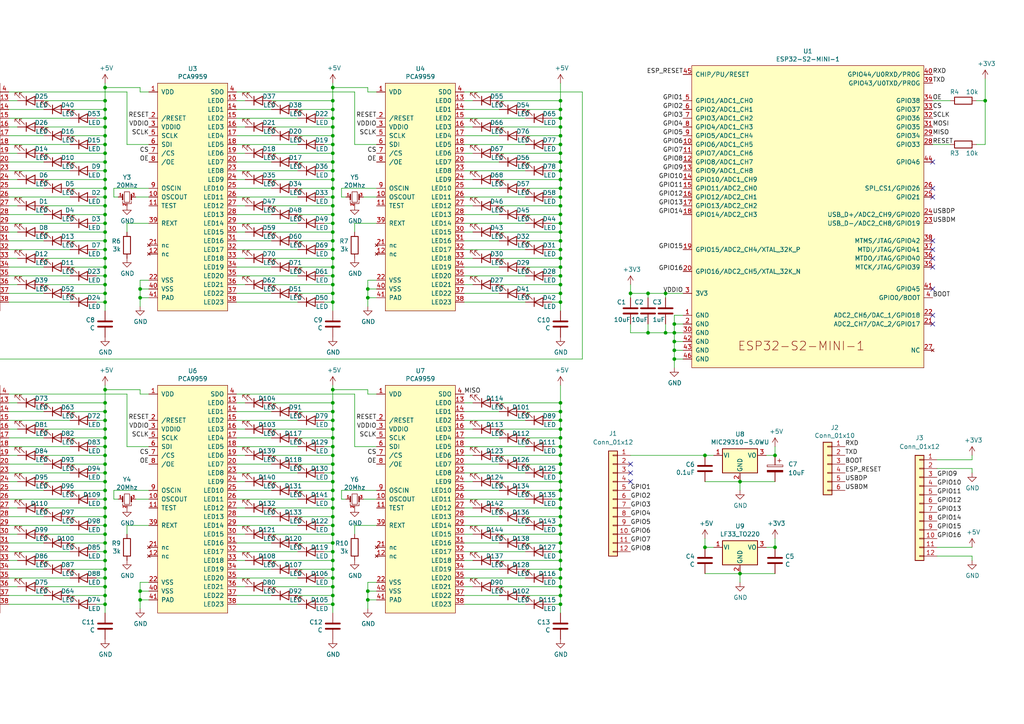
<source format=kicad_sch>
(kicad_sch (version 20211123) (generator eeschema)
  (paper "A4")
  (junction (at 30.48 167.64))
  (junction (at 162.56 59.69))
  (junction (at 162.56 54.61))
  (junction (at 162.56 124.46))
  (junction (at -25.4 171.45))
  (junction (at 162.56 157.48))
  (junction (at 30.48 129.54))
  (junction (at 30.48 36.83))
  (junction (at 30.48 62.23))
  (junction (at 162.56 72.39))
  (junction (at 30.48 44.45))
  (junction (at 162.56 154.94))
  (junction (at 30.48 39.37))
  (junction (at 30.48 49.53))
  (junction (at 96.52 157.48))
  (junction (at 96.52 41.91))
  (junction (at 30.48 127))
  (junction (at 30.48 69.85))
  (junction (at 96.52 25.4))
  (junction (at 162.56 77.47))
  (junction (at 30.48 52.07))
  (junction (at 162.56 147.32))
  (junction (at 30.48 31.75))
  (junction (at 96.52 175.26))
  (junction (at 106.68 86.36))
  (junction (at 193.04 96.52))
  (junction (at 96.52 154.94))
  (junction (at 96.52 144.78))
  (junction (at 195.58 101.6))
  (junction (at 30.48 25.4))
  (junction (at 224.79 158.75))
  (junction (at 96.52 82.55))
  (junction (at 30.48 82.55))
  (junction (at 96.52 172.72))
  (junction (at 162.56 31.75))
  (junction (at 30.48 34.29))
  (junction (at 96.52 69.85))
  (junction (at 96.52 57.15))
  (junction (at 30.48 175.26))
  (junction (at 30.48 119.38))
  (junction (at 106.68 173.99))
  (junction (at 195.58 104.14))
  (junction (at 96.52 46.99))
  (junction (at 214.63 139.7))
  (junction (at 96.52 87.63))
  (junction (at 40.64 171.45))
  (junction (at 96.52 113.03))
  (junction (at 40.64 86.36))
  (junction (at 30.48 170.18))
  (junction (at 195.58 99.06))
  (junction (at 30.48 121.92))
  (junction (at 106.68 83.82))
  (junction (at 96.52 124.46))
  (junction (at 96.52 72.39))
  (junction (at 162.56 144.78))
  (junction (at 30.48 142.24))
  (junction (at 162.56 80.01))
  (junction (at 96.52 59.69))
  (junction (at 30.48 72.39))
  (junction (at 96.52 129.54))
  (junction (at 214.63 166.37))
  (junction (at 96.52 85.09))
  (junction (at 96.52 36.83))
  (junction (at 30.48 147.32))
  (junction (at 96.52 149.86))
  (junction (at 96.52 134.62))
  (junction (at 30.48 132.08))
  (junction (at 162.56 167.64))
  (junction (at 162.56 74.93))
  (junction (at 162.56 152.4))
  (junction (at 96.52 147.32))
  (junction (at 96.52 67.31))
  (junction (at 162.56 127))
  (junction (at 30.48 67.31))
  (junction (at 204.47 158.75))
  (junction (at 162.56 49.53))
  (junction (at 96.52 49.53))
  (junction (at 96.52 167.64))
  (junction (at 96.52 162.56))
  (junction (at 162.56 44.45))
  (junction (at 30.48 54.61))
  (junction (at 96.52 62.23))
  (junction (at 30.48 87.63))
  (junction (at 162.56 162.56))
  (junction (at 96.52 139.7))
  (junction (at 40.64 173.99))
  (junction (at 162.56 139.7))
  (junction (at 162.56 62.23))
  (junction (at 162.56 87.63))
  (junction (at 96.52 142.24))
  (junction (at 285.75 29.21))
  (junction (at 96.52 132.08))
  (junction (at 30.48 139.7))
  (junction (at 162.56 137.16))
  (junction (at 30.48 134.62))
  (junction (at 162.56 52.07))
  (junction (at 30.48 149.86))
  (junction (at 96.52 77.47))
  (junction (at 162.56 134.62))
  (junction (at 30.48 113.03))
  (junction (at 96.52 80.01))
  (junction (at 96.52 170.18))
  (junction (at 30.48 162.56))
  (junction (at -25.4 86.36))
  (junction (at 162.56 29.21))
  (junction (at 30.48 29.21))
  (junction (at 96.52 137.16))
  (junction (at 96.52 31.75))
  (junction (at 30.48 74.93))
  (junction (at -25.4 83.82))
  (junction (at 182.88 85.09))
  (junction (at 30.48 137.16))
  (junction (at 162.56 36.83))
  (junction (at 30.48 64.77))
  (junction (at 162.56 149.86))
  (junction (at 30.48 124.46))
  (junction (at 162.56 82.55))
  (junction (at 96.52 74.93))
  (junction (at 162.56 160.02))
  (junction (at 204.47 132.08))
  (junction (at 162.56 119.38))
  (junction (at 162.56 34.29))
  (junction (at 187.96 96.52))
  (junction (at 162.56 46.99))
  (junction (at 162.56 116.84))
  (junction (at 30.48 57.15))
  (junction (at 162.56 142.24))
  (junction (at 162.56 132.08))
  (junction (at 195.58 93.98))
  (junction (at 162.56 64.77))
  (junction (at 162.56 39.37))
  (junction (at 162.56 57.15))
  (junction (at 30.48 160.02))
  (junction (at 193.04 85.09))
  (junction (at 96.52 54.61))
  (junction (at 162.56 69.85))
  (junction (at 106.68 171.45))
  (junction (at 96.52 160.02))
  (junction (at 30.48 154.94))
  (junction (at 162.56 85.09))
  (junction (at 96.52 52.07))
  (junction (at 162.56 165.1))
  (junction (at 96.52 64.77))
  (junction (at 30.48 59.69))
  (junction (at 162.56 172.72))
  (junction (at 30.48 172.72))
  (junction (at 224.79 132.08))
  (junction (at 96.52 116.84))
  (junction (at 187.96 85.09))
  (junction (at 30.48 152.4))
  (junction (at 96.52 44.45))
  (junction (at 96.52 127))
  (junction (at 96.52 119.38))
  (junction (at 96.52 29.21))
  (junction (at 30.48 46.99))
  (junction (at 30.48 85.09))
  (junction (at 162.56 121.92))
  (junction (at 162.56 41.91))
  (junction (at 30.48 157.48))
  (junction (at 96.52 39.37))
  (junction (at 96.52 152.4))
  (junction (at 96.52 121.92))
  (junction (at 30.48 77.47))
  (junction (at 30.48 144.78))
  (junction (at 30.48 41.91))
  (junction (at 162.56 129.54))
  (junction (at 96.52 34.29))
  (junction (at 30.48 165.1))
  (junction (at 30.48 80.01))
  (junction (at 162.56 67.31))
  (junction (at 162.56 170.18))
  (junction (at 96.52 165.1))
  (junction (at 30.48 116.84))
  (junction (at 162.56 175.26))
  (junction (at 40.64 83.82))
  (junction (at 195.58 96.52))
  (junction (at -25.4 173.99))
  (no_connect (at 270.51 74.93))
  (no_connect (at 270.51 93.98))
  (no_connect (at 270.51 83.82))
  (no_connect (at 270.51 46.99))
  (no_connect (at 270.51 57.15))
  (no_connect (at 270.51 54.61))
  (no_connect (at 270.51 91.44))
  (no_connect (at 182.88 139.7))
  (no_connect (at 182.88 134.62))
  (no_connect (at 182.88 137.16))
  (no_connect (at 270.51 72.39))
  (no_connect (at 270.51 69.85))
  (no_connect (at 270.51 77.47))
  (wire (pts (xy 68.58 142.24) (xy 78.74 142.24)))
  (wire (pts (xy 30.48 87.63) (xy 30.48 90.17)))
  (wire (pts (xy 96.52 69.85) (xy 86.36 69.85)))
  (wire (pts (xy 162.56 82.55) (xy 144.78 82.55)))
  (wire (pts (xy 2.54 121.92) (xy 20.32 121.92)))
  (wire (pts (xy 162.56 34.29) (xy 160.02 34.29)))
  (wire (pts (xy 134.62 172.72) (xy 144.78 172.72)))
  (wire (pts (xy 162.56 69.85) (xy 162.56 72.39)))
  (wire (pts (xy 96.52 165.1) (xy 86.36 165.1)))
  (wire (pts (xy 134.62 87.63) (xy 152.4 87.63)))
  (wire (pts (xy 204.47 158.75) (xy 207.01 158.75)))
  (wire (pts (xy 2.54 29.21) (xy 5.08 29.21)))
  (wire (pts (xy 96.52 67.31) (xy 96.52 69.85)))
  (wire (pts (xy 2.54 85.09) (xy 12.7 85.09)))
  (wire (pts (xy 96.52 72.39) (xy 96.52 74.93)))
  (wire (pts (xy 96.52 77.47) (xy 86.36 77.47)))
  (wire (pts (xy 162.56 57.15) (xy 160.02 57.15)))
  (wire (pts (xy -25.4 83.82) (xy -22.86 83.82)))
  (wire (pts (xy 99.06 144.78) (xy 99.06 142.24)))
  (wire (pts (xy 187.96 96.52) (xy 193.04 96.52)))
  (wire (pts (xy 134.62 49.53) (xy 152.4 49.53)))
  (wire (pts (xy 99.06 57.15) (xy 99.06 54.61)))
  (wire (pts (xy 2.54 77.47) (xy 12.7 77.47)))
  (wire (pts (xy 30.48 77.47) (xy 20.32 77.47)))
  (wire (pts (xy 162.56 167.64) (xy 162.56 170.18)))
  (wire (pts (xy 2.54 36.83) (xy 5.08 36.83)))
  (wire (pts (xy 30.48 49.53) (xy 27.94 49.53)))
  (wire (pts (xy 134.62 85.09) (xy 144.78 85.09)))
  (wire (pts (xy 285.75 29.21) (xy 285.75 41.91)))
  (wire (pts (xy 96.52 49.53) (xy 96.52 52.07)))
  (wire (pts (xy 78.74 29.21) (xy 96.52 29.21)))
  (wire (pts (xy 30.48 74.93) (xy 12.7 74.93)))
  (wire (pts (xy 162.56 170.18) (xy 144.78 170.18)))
  (wire (pts (xy 162.56 149.86) (xy 162.56 152.4)))
  (wire (pts (xy 198.12 93.98) (xy 195.58 93.98)))
  (wire (pts (xy 30.48 172.72) (xy 20.32 172.72)))
  (wire (pts (xy 68.58 69.85) (xy 78.74 69.85)))
  (wire (pts (xy 96.52 85.09) (xy 96.52 87.63)))
  (wire (pts (xy 96.52 137.16) (xy 96.52 139.7)))
  (wire (pts (xy 96.52 57.15) (xy 93.98 57.15)))
  (wire (pts (xy 96.52 36.83) (xy 96.52 39.37)))
  (wire (pts (xy 2.54 44.45) (xy 5.08 44.45)))
  (wire (pts (xy 96.52 111.76) (xy 96.52 113.03)))
  (wire (pts (xy 2.54 114.3) (xy 36.83 114.3)))
  (wire (pts (xy 195.58 104.14) (xy 195.58 106.68)))
  (wire (pts (xy 30.48 74.93) (xy 30.48 77.47)))
  (wire (pts (xy 68.58 157.48) (xy 78.74 157.48)))
  (wire (pts (xy 68.58 129.54) (xy 86.36 129.54)))
  (wire (pts (xy 162.56 39.37) (xy 152.4 39.37)))
  (wire (pts (xy 36.83 64.77) (xy 43.18 64.77)))
  (wire (pts (xy 30.48 80.01) (xy 27.94 80.01)))
  (wire (pts (xy 96.52 39.37) (xy 86.36 39.37)))
  (wire (pts (xy 78.74 154.94) (xy 96.52 154.94)))
  (wire (pts (xy 162.56 87.63) (xy 160.02 87.63)))
  (wire (pts (xy 134.62 44.45) (xy 137.16 44.45)))
  (wire (pts (xy 96.52 137.16) (xy 93.98 137.16)))
  (wire (pts (xy 105.41 57.15) (xy 109.22 57.15)))
  (wire (pts (xy 30.48 172.72) (xy 30.48 175.26)))
  (wire (pts (xy 30.48 167.64) (xy 27.94 167.64)))
  (wire (pts (xy 162.56 29.21) (xy 162.56 31.75)))
  (wire (pts (xy 271.78 135.89) (xy 281.94 135.89)))
  (wire (pts (xy 134.62 139.7) (xy 137.16 139.7)))
  (wire (pts (xy 162.56 127) (xy 152.4 127)))
  (wire (pts (xy -25.4 171.45) (xy -22.86 171.45)))
  (wire (pts (xy 30.48 44.45) (xy 30.48 46.99)))
  (wire (pts (xy 96.52 139.7) (xy 78.74 139.7)))
  (wire (pts (xy 109.22 114.3) (xy 106.68 114.3)))
  (wire (pts (xy 96.52 154.94) (xy 96.52 157.48)))
  (wire (pts (xy 162.56 67.31) (xy 162.56 69.85)))
  (wire (pts (xy 96.52 144.78) (xy 93.98 144.78)))
  (wire (pts (xy 96.52 74.93) (xy 78.74 74.93)))
  (wire (pts (xy 68.58 72.39) (xy 86.36 72.39)))
  (wire (pts (xy 33.02 144.78) (xy 33.02 142.24)))
  (wire (pts (xy 96.52 149.86) (xy 86.36 149.86)))
  (wire (pts (xy 134.62 167.64) (xy 152.4 167.64)))
  (wire (pts (xy 162.56 139.7) (xy 144.78 139.7)))
  (wire (pts (xy 40.64 171.45) (xy 40.64 168.91)))
  (wire (pts (xy 68.58 124.46) (xy 71.12 124.46)))
  (wire (pts (xy 105.41 144.78) (xy 109.22 144.78)))
  (wire (pts (xy 2.54 39.37) (xy 12.7 39.37)))
  (wire (pts (xy 134.62 52.07) (xy 137.16 52.07)))
  (wire (pts (xy 78.74 134.62) (xy 68.58 134.62)))
  (wire (pts (xy 134.62 119.38) (xy 144.78 119.38)))
  (wire (pts (xy 30.48 129.54) (xy 27.94 129.54)))
  (wire (pts (xy 195.58 91.44) (xy 198.12 91.44)))
  (wire (pts (xy 96.52 25.4) (xy 96.52 29.21)))
  (wire (pts (xy 68.58 149.86) (xy 78.74 149.86)))
  (wire (pts (xy 162.56 149.86) (xy 152.4 149.86)))
  (wire (pts (xy 162.56 44.45) (xy 162.56 46.99)))
  (wire (pts (xy 162.56 85.09) (xy 152.4 85.09)))
  (wire (pts (xy 68.58 49.53) (xy 86.36 49.53)))
  (wire (pts (xy 30.48 59.69) (xy 30.48 62.23)))
  (wire (pts (xy 30.48 72.39) (xy 27.94 72.39)))
  (wire (pts (xy 214.63 168.91) (xy 214.63 166.37)))
  (wire (pts (xy 96.52 132.08) (xy 96.52 134.62)))
  (wire (pts (xy 134.62 64.77) (xy 152.4 64.77)))
  (wire (pts (xy 96.52 129.54) (xy 93.98 129.54)))
  (wire (pts (xy 68.58 119.38) (xy 78.74 119.38)))
  (wire (pts (xy 106.68 25.4) (xy 106.68 26.67)))
  (wire (pts (xy 96.52 59.69) (xy 78.74 59.69)))
  (wire (pts (xy 96.52 82.55) (xy 78.74 82.55)))
  (wire (pts (xy 2.54 139.7) (xy 5.08 139.7)))
  (wire (pts (xy 162.56 157.48) (xy 162.56 160.02)))
  (wire (pts (xy -25.4 173.99) (xy -22.86 173.99)))
  (wire (pts (xy 30.48 52.07) (xy 30.48 54.61)))
  (wire (pts (xy 195.58 99.06) (xy 195.58 96.52)))
  (wire (pts (xy -29.21 129.54) (xy -29.21 104.14)))
  (wire (pts (xy 96.52 34.29) (xy 96.52 36.83)))
  (wire (pts (xy 30.48 149.86) (xy 30.48 152.4)))
  (wire (pts (xy 2.54 170.18) (xy 5.08 170.18)))
  (wire (pts (xy 30.48 39.37) (xy 20.32 39.37)))
  (wire (pts (xy 40.64 113.03) (xy 30.48 113.03)))
  (wire (pts (xy 162.56 34.29) (xy 162.56 36.83)))
  (wire (pts (xy 30.48 82.55) (xy 30.48 85.09)))
  (wire (pts (xy 30.48 119.38) (xy 20.32 119.38)))
  (wire (pts (xy 162.56 144.78) (xy 160.02 144.78)))
  (wire (pts (xy 30.48 162.56) (xy 12.7 162.56)))
  (wire (pts (xy 162.56 52.07) (xy 162.56 54.61)))
  (wire (pts (xy 285.75 22.86) (xy 285.75 29.21)))
  (wire (pts (xy 162.56 152.4) (xy 162.56 154.94)))
  (wire (pts (xy 40.64 26.67) (xy 40.64 25.4)))
  (wire (pts (xy 30.48 129.54) (xy 30.48 132.08)))
  (wire (pts (xy 30.48 165.1) (xy 20.32 165.1)))
  (wire (pts (xy 36.83 114.3) (xy 36.83 129.54)))
  (wire (pts (xy 71.12 132.08) (xy 68.58 132.08)))
  (wire (pts (xy 134.62 80.01) (xy 152.4 80.01)))
  (wire (pts (xy 68.58 67.31) (xy 71.12 67.31)))
  (wire (pts (xy 162.56 154.94) (xy 162.56 157.48)))
  (wire (pts (xy 96.52 57.15) (xy 96.52 59.69)))
  (wire (pts (xy 100.33 57.15) (xy 99.06 57.15)))
  (wire (pts (xy 96.52 31.75) (xy 86.36 31.75)))
  (wire (pts (xy 96.52 69.85) (xy 96.52 72.39)))
  (wire (pts (xy 68.58 52.07) (xy 71.12 52.07)))
  (wire (pts (xy 285.75 41.91) (xy 283.21 41.91)))
  (wire (pts (xy 195.58 96.52) (xy 195.58 93.98)))
  (wire (pts (xy 2.54 129.54) (xy 20.32 129.54)))
  (wire (pts (xy 162.56 172.72) (xy 152.4 172.72)))
  (wire (pts (xy 162.56 121.92) (xy 162.56 124.46)))
  (wire (pts (xy 134.62 36.83) (xy 137.16 36.83)))
  (wire (pts (xy 68.58 139.7) (xy 71.12 139.7)))
  (wire (pts (xy 271.78 158.75) (xy 281.94 158.75)))
  (wire (pts (xy 96.52 121.92) (xy 93.98 121.92)))
  (wire (pts (xy 30.48 142.24) (xy 20.32 142.24)))
  (wire (pts (xy 96.52 124.46) (xy 96.52 127)))
  (wire (pts (xy 162.56 162.56) (xy 144.78 162.56)))
  (wire (pts (xy -33.02 57.15) (xy -33.02 54.61)))
  (wire (pts (xy 96.52 46.99) (xy 86.36 46.99)))
  (wire (pts (xy 34.29 144.78) (xy 33.02 144.78)))
  (wire (pts (xy 68.58 144.78) (xy 86.36 144.78)))
  (wire (pts (xy 134.62 129.54) (xy 152.4 129.54)))
  (wire (pts (xy 96.52 119.38) (xy 86.36 119.38)))
  (wire (pts (xy 68.58 172.72) (xy 78.74 172.72)))
  (wire (pts (xy 162.56 54.61) (xy 162.56 57.15)))
  (wire (pts (xy 2.54 59.69) (xy 5.08 59.69)))
  (wire (pts (xy 162.56 64.77) (xy 160.02 64.77)))
  (wire (pts (xy 162.56 80.01) (xy 162.56 82.55)))
  (wire (pts (xy 40.64 86.36) (xy 40.64 83.82)))
  (wire (pts (xy 134.62 26.67) (xy 168.91 26.67)))
  (wire (pts (xy 134.62 162.56) (xy 137.16 162.56)))
  (wire (pts (xy 30.48 69.85) (xy 30.48 72.39)))
  (wire (pts (xy 36.83 41.91) (xy 43.18 41.91)))
  (wire (pts (xy 96.52 85.09) (xy 86.36 85.09)))
  (wire (pts (xy 162.56 134.62) (xy 152.4 134.62)))
  (wire (pts (xy -29.21 154.94) (xy -29.21 152.4)))
  (wire (pts (xy 30.48 160.02) (xy 27.94 160.02)))
  (wire (pts (xy 30.48 144.78) (xy 30.48 147.32)))
  (wire (pts (xy 30.48 175.26) (xy 30.48 177.8)))
  (wire (pts (xy 96.52 162.56) (xy 78.74 162.56)))
  (wire (pts (xy 30.48 85.09) (xy 30.48 87.63)))
  (wire (pts (xy 162.56 54.61) (xy 152.4 54.61)))
  (wire (pts (xy 162.56 46.99) (xy 152.4 46.99)))
  (wire (pts (xy 30.48 113.03) (xy 30.48 116.84)))
  (wire (pts (xy 270.51 29.21) (xy 275.59 29.21)))
  (wire (pts (xy 162.56 121.92) (xy 160.02 121.92)))
  (wire (pts (xy 36.83 154.94) (xy 36.83 152.4)))
  (wire (pts (xy 68.58 147.32) (xy 71.12 147.32)))
  (wire (pts (xy 2.54 54.61) (xy 12.7 54.61)))
  (wire (pts (xy 68.58 62.23) (xy 78.74 62.23)))
  (wire (pts (xy -25.4 88.9) (xy -25.4 86.36)))
  (wire (pts (xy 162.56 132.08) (xy 162.56 134.62)))
  (wire (pts (xy 96.52 113.03) (xy 96.52 116.84)))
  (wire (pts (xy 162.56 77.47) (xy 152.4 77.47)))
  (wire (pts (xy 40.64 88.9) (xy 40.64 86.36)))
  (wire (pts (xy 162.56 46.99) (xy 162.56 49.53)))
  (wire (pts (xy 96.52 167.64) (xy 93.98 167.64)))
  (wire (pts (xy 162.56 52.07) (xy 144.78 52.07)))
  (wire (pts (xy 96.52 24.13) (xy 96.52 25.4)))
  (wire (pts (xy -29.21 104.14) (xy 168.91 104.14)))
  (wire (pts (xy 96.52 170.18) (xy 96.52 172.72)))
  (wire (pts (xy 162.56 119.38) (xy 162.56 121.92)))
  (wire (pts (xy 134.62 59.69) (xy 137.16 59.69)))
  (wire (pts (xy 224.79 166.37) (xy 214.63 166.37)))
  (wire (pts (xy 30.48 64.77) (xy 30.48 67.31)))
  (wire (pts (xy 96.52 139.7) (xy 96.52 142.24)))
  (wire (pts (xy -25.4 114.3) (xy -22.86 114.3)))
  (wire (pts (xy 96.52 172.72) (xy 96.52 175.26)))
  (wire (pts (xy 30.48 116.84) (xy 30.48 119.38)))
  (wire (pts (xy 30.48 160.02) (xy 30.48 162.56)))
  (wire (pts (xy 134.62 175.26) (xy 152.4 175.26)))
  (wire (pts (xy 96.52 147.32) (xy 78.74 147.32)))
  (wire (pts (xy 106.68 83.82) (xy 109.22 83.82)))
  (wire (pts (xy 30.48 147.32) (xy 12.7 147.32)))
  (wire (pts (xy 204.47 166.37) (xy 214.63 166.37)))
  (wire (pts (xy 96.52 152.4) (xy 93.98 152.4)))
  (wire (pts (xy 134.62 142.24) (xy 144.78 142.24)))
  (wire (pts (xy -25.4 171.45) (xy -25.4 168.91)))
  (wire (pts (xy 30.48 36.83) (xy 30.48 39.37)))
  (wire (pts (xy 214.63 142.24) (xy 214.63 139.7)))
  (wire (pts (xy 222.25 158.75) (xy 224.79 158.75)))
  (wire (pts (xy 106.68 176.53) (xy 106.68 173.99)))
  (wire (pts (xy 102.87 67.31) (xy 102.87 64.77)))
  (wire (pts (xy 224.79 139.7) (xy 214.63 139.7)))
  (wire (pts (xy 68.58 154.94) (xy 71.12 154.94)))
  (wire (pts (xy 96.52 167.64) (xy 96.52 170.18)))
  (wire (pts (xy 198.12 96.52) (xy 195.58 96.52)))
  (wire (pts (xy 162.56 165.1) (xy 162.56 167.64)))
  (wire (pts (xy 96.52 67.31) (xy 78.74 67.31)))
  (wire (pts (xy 30.48 170.18) (xy 12.7 170.18)))
  (wire (pts (xy 134.62 127) (xy 144.78 127)))
  (wire (pts (xy 96.52 160.02) (xy 96.52 162.56)))
  (wire (pts (xy 106.68 113.03) (xy 96.52 113.03)))
  (wire (pts (xy 162.56 31.75) (xy 162.56 34.29)))
  (wire (pts (xy 40.64 114.3) (xy 40.64 113.03)))
  (wire (pts (xy 193.04 93.98) (xy 193.04 96.52)))
  (wire (pts (xy 162.56 67.31) (xy 144.78 67.31)))
  (wire (pts (xy -33.02 144.78) (xy -33.02 142.24)))
  (wire (pts (xy 2.54 149.86) (xy 12.7 149.86)))
  (wire (pts (xy 162.56 62.23) (xy 162.56 64.77)))
  (wire (pts (xy 30.48 67.31) (xy 12.7 67.31)))
  (wire (pts (xy 30.48 44.45) (xy 12.7 44.45)))
  (wire (pts (xy 102.87 154.94) (xy 102.87 152.4)))
  (wire (pts (xy 2.54 172.72) (xy 12.7 172.72)))
  (wire (pts (xy 30.48 157.48) (xy 20.32 157.48)))
  (wire (pts (xy 162.56 39.37) (xy 162.56 41.91)))
  (wire (pts (xy 162.56 162.56) (xy 162.56 165.1)))
  (wire (pts (xy 96.52 41.91) (xy 93.98 41.91)))
  (wire (pts (xy 222.25 132.08) (xy 224.79 132.08)))
  (wire (pts (xy 96.52 54.61) (xy 86.36 54.61)))
  (wire (pts (xy 96.52 119.38) (xy 96.52 121.92)))
  (wire (pts (xy 30.48 152.4) (xy 27.94 152.4)))
  (wire (pts (xy 30.48 52.07) (xy 12.7 52.07)))
  (wire (pts (xy 33.02 142.24) (xy 43.18 142.24)))
  (wire (pts (xy 30.48 29.21) (xy 12.7 29.21)))
  (wire (pts (xy 162.56 116.84) (xy 162.56 119.38)))
  (wire (pts (xy -25.4 24.13) (xy -25.4 26.67)))
  (wire (pts (xy 2.54 142.24) (xy 12.7 142.24)))
  (wire (pts (xy 281.94 132.08) (xy 281.94 133.35)))
  (wire (pts (xy 204.47 156.21) (xy 204.47 158.75)))
  (wire (pts (xy 102.87 26.67) (xy 102.87 41.91)))
  (wire (pts (xy 96.52 31.75) (xy 96.52 34.29)))
  (wire (pts (xy 2.54 46.99) (xy 12.7 46.99)))
  (wire (pts (xy 182.88 96.52) (xy 187.96 96.52)))
  (wire (pts (xy 193.04 85.09) (xy 198.12 85.09)))
  (wire (pts (xy -25.4 173.99) (xy -25.4 171.45)))
  (wire (pts (xy 134.62 34.29) (xy 152.4 34.29)))
  (wire (pts (xy 162.56 139.7) (xy 162.56 142.24)))
  (wire (pts (xy 86.36 157.48) (xy 96.52 157.48)))
  (wire (pts (xy 162.56 57.15) (xy 162.56 59.69)))
  (wire (pts (xy 134.62 29.21) (xy 137.16 29.21)))
  (wire (pts (xy 134.62 57.15) (xy 152.4 57.15)))
  (wire (pts (xy 198.12 99.06) (xy 195.58 99.06)))
  (wire (pts (xy 2.54 41.91) (xy 20.32 41.91)))
  (wire (pts (xy 40.64 25.4) (xy 30.48 25.4)))
  (wire (pts (xy 36.83 129.54) (xy 43.18 129.54)))
  (wire (pts (xy 2.54 127) (xy 12.7 127)))
  (wire (pts (xy 195.58 91.44) (xy 195.58 93.98)))
  (wire (pts (xy 36.83 152.4) (xy 43.18 152.4)))
  (wire (pts (xy 30.48 80.01) (xy 30.48 82.55)))
  (wire (pts (xy 134.62 39.37) (xy 144.78 39.37)))
  (wire (pts (xy 30.48 119.38) (xy 30.48 121.92)))
  (wire (pts (xy 2.54 124.46) (xy 5.08 124.46)))
  (wire (pts (xy 182.88 132.08) (xy 204.47 132.08)))
  (wire (pts (xy 271.78 133.35) (xy 281.94 133.35)))
  (wire (pts (xy 68.58 170.18) (xy 71.12 170.18)))
  (wire (pts (xy 2.54 160.02) (xy 20.32 160.02)))
  (wire (pts (xy 106.68 171.45) (xy 106.68 168.91)))
  (wire (pts (xy 162.56 175.26) (xy 160.02 175.26)))
  (wire (pts (xy 30.48 77.47) (xy 30.48 80.01)))
  (wire (pts (xy -33.02 54.61) (xy -22.86 54.61)))
  (wire (pts (xy 68.58 57.15) (xy 86.36 57.15)))
  (wire (pts (xy -25.4 168.91) (xy -22.86 168.91)))
  (wire (pts (xy 106.68 81.28) (xy 109.22 81.28)))
  (wire (pts (xy 96.52 134.62) (xy 86.36 134.62)))
  (wire (pts (xy 162.56 111.76) (xy 162.56 116.84)))
  (wire (pts (xy -25.4 86.36) (xy -22.86 86.36)))
  (wire (pts (xy 96.52 64.77) (xy 93.98 64.77)))
  (wire (pts (xy 162.56 80.01) (xy 160.02 80.01)))
  (wire (pts (xy 30.48 57.15) (xy 30.48 59.69)))
  (wire (pts (xy 2.54 80.01) (xy 20.32 80.01)))
  (wire (pts (xy 30.48 127) (xy 20.32 127)))
  (wire (pts (xy 96.52 152.4) (xy 96.52 154.94)))
  (wire (pts (xy 187.96 85.09) (xy 193.04 85.09)))
  (wire (pts (xy 271.78 161.29) (xy 281.94 161.29)))
  (wire (pts (xy 96.52 54.61) (xy 96.52 57.15)))
  (wire (pts (xy 134.62 160.02) (xy 152.4 160.02)))
  (wire (pts (xy 68.58 152.4) (xy 86.36 152.4)))
  (wire (pts (xy 30.48 69.85) (xy 20.32 69.85)))
  (wire (pts (xy 195.58 104.14) (xy 198.12 104.14)))
  (wire (pts (xy 30.48 121.92) (xy 27.94 121.92)))
  (wire (pts (xy -26.67 57.15) (xy -22.86 57.15)))
  (wire (pts (xy 162.56 41.91) (xy 162.56 44.45)))
  (wire (pts (xy -33.02 142.24) (xy -22.86 142.24)))
  (wire (pts (xy 224.79 132.08) (xy 224.79 129.54)))
  (wire (pts (xy 96.52 132.08) (xy 78.74 132.08)))
  (wire (pts (xy -29.21 152.4) (xy -22.86 152.4)))
  (wire (pts (xy 30.48 132.08) (xy 30.48 134.62)))
  (wire (pts (xy 68.58 87.63) (xy 86.36 87.63)))
  (wire (pts (xy 106.68 168.91) (xy 109.22 168.91)))
  (wire (pts (xy 30.48 157.48) (xy 30.48 160.02)))
  (wire (pts (xy 99.06 142.24) (xy 109.22 142.24)))
  (wire (pts (xy 30.48 85.09) (xy 20.32 85.09)))
  (wire (pts (xy 33.02 54.61) (xy 43.18 54.61)))
  (wire (pts (xy 162.56 77.47) (xy 162.56 80.01)))
  (wire (pts (xy 134.62 152.4) (xy 152.4 152.4)))
  (wire (pts (xy 68.58 44.45) (xy 71.12 44.45)))
  (wire (pts (xy 36.83 26.67) (xy 36.83 41.91)))
  (wire (pts (xy 86.36 160.02) (xy 68.58 160.02)))
  (wire (pts (xy 68.58 29.21) (xy 71.12 29.21)))
  (wire (pts (xy 96.52 80.01) (xy 96.52 82.55)))
  (wire (pts (xy 68.58 31.75) (xy 78.74 31.75)))
  (wire (pts (xy 96.52 127) (xy 96.52 129.54)))
  (wire (pts (xy 96.52 41.91) (xy 96.52 44.45)))
  (wire (pts (xy 162.56 154.94) (xy 144.78 154.94)))
  (wire (pts (xy 96.52 116.84) (xy 96.52 119.38)))
  (wire (pts (xy 96.52 62.23) (xy 86.36 62.23)))
  (wire (pts (xy 195.58 101.6) (xy 195.58 99.06)))
  (wire (pts (xy 102.87 64.77) (xy 109.22 64.77)))
  (wire (pts (xy 134.62 67.31) (xy 137.16 67.31)))
  (wire (pts (xy 162.56 72.39) (xy 160.02 72.39)))
  (wire (pts (xy 40.64 81.28) (xy 43.18 81.28)))
  (wire (pts (xy 30.48 147.32) (xy 30.48 149.86)))
  (wire (pts (xy -25.4 81.28) (xy -22.86 81.28)))
  (wire (pts (xy 134.62 74.93) (xy 137.16 74.93)))
  (wire (pts (xy 162.56 62.23) (xy 152.4 62.23)))
  (wire (pts (xy 198.12 101.6) (xy 195.58 101.6)))
  (wire (pts (xy 224.79 158.75) (xy 224.79 156.21)))
  (wire (pts (xy 40.64 176.53) (xy 40.64 173.99)))
  (wire (pts (xy 30.48 139.7) (xy 12.7 139.7)))
  (wire (pts (xy 96.52 82.55) (xy 96.52 85.09)))
  (wire (pts (xy -29.21 64.77) (xy -22.86 64.77)))
  (wire (pts (xy 96.52 172.72) (xy 86.36 172.72)))
  (wire (pts (xy 30.48 137.16) (xy 30.48 139.7)))
  (wire (pts (xy 96.52 80.01) (xy 93.98 80.01)))
  (wire (pts (xy 30.48 137.16) (xy 27.94 137.16)))
  (wire (pts (xy 162.56 152.4) (xy 160.02 152.4)))
  (wire (pts (xy 96.52 62.23) (xy 96.52 64.77)))
  (wire (pts (xy 96.52 175.26) (xy 93.98 175.26)))
  (wire (pts (xy 96.52 127) (xy 86.36 127)))
  (wire (pts (xy 96.52 157.48) (xy 96.52 160.02)))
  (wire (pts (xy 193.04 86.36) (xy 193.04 85.09)))
  (wire (pts (xy 106.68 173.99) (xy 106.68 171.45)))
  (wire (pts (xy 96.52 121.92) (xy 96.52 124.46)))
  (wire (pts (xy 162.56 172.72) (xy 162.56 175.26)))
  (wire (pts (xy 96.52 124.46) (xy 78.74 124.46)))
  (wire (pts (xy 162.56 29.21) (xy 144.78 29.21)))
  (wire (pts (xy 134.62 41.91) (xy 152.4 41.91)))
  (wire (pts (xy 134.62 165.1) (xy 144.78 165.1)))
  (wire (pts (xy 2.54 31.75) (xy 12.7 31.75)))
  (wire (pts (xy 204.47 132.08) (xy 207.01 132.08)))
  (wire (pts (xy 30.48 149.86) (xy 20.32 149.86)))
  (wire (pts (xy 100.33 144.78) (xy 99.06 144.78)))
  (wire (pts (xy 2.54 147.32) (xy 5.08 147.32)))
  (wire (pts (xy 96.52 52.07) (xy 96.52 54.61)))
  (wire (pts (xy 106.68 114.3) (xy 106.68 113.03)))
  (wire (pts (xy 270.51 41.91) (xy 275.59 41.91)))
  (wire (pts (xy 162.56 116.84) (xy 144.78 116.84)))
  (wire (pts (xy 134.62 144.78) (xy 152.4 144.78)))
  (wire (pts (xy 134.62 132.08) (xy 137.16 132.08)))
  (wire (pts (xy 30.48 46.99) (xy 30.48 49.53)))
  (wire (pts (xy 30.48 54.61) (xy 20.32 54.61)))
  (wire (pts (xy 68.58 46.99) (xy 78.74 46.99)))
  (wire (pts (xy 30.48 54.61) (xy 30.48 57.15)))
  (wire (pts (xy 102.87 129.54) (xy 109.22 129.54)))
  (wire (pts (xy 96.52 165.1) (xy 96.52 167.64)))
  (wire (pts (xy 68.58 114.3) (xy 102.87 114.3)))
  (wire (pts (xy 187.96 93.98) (xy 187.96 96.52)))
  (wire (pts (xy -25.4 26.67) (xy -22.86 26.67)))
  (wire (pts (xy 34.29 57.15) (xy 33.02 57.15)))
  (wire (pts (xy 162.56 160.02) (xy 162.56 162.56)))
  (wire (pts (xy -31.75 57.15) (xy -33.02 57.15)))
  (wire (pts (xy 68.58 121.92) (xy 86.36 121.92)))
  (wire (pts (xy 40.64 83.82) (xy 43.18 83.82)))
  (wire (pts (xy 162.56 132.08) (xy 144.78 132.08)))
  (wire (pts (xy 30.48 165.1) (xy 30.48 167.64)))
  (wire (pts (xy 134.62 157.48) (xy 144.78 157.48)))
  (wire (pts (xy 162.56 85.09) (xy 162.56 87.63)))
  (wire (pts (xy 68.58 82.55) (xy 71.12 82.55)))
  (wire (pts (xy 30.48 62.23) (xy 20.32 62.23)))
  (wire (pts (xy 96.52 149.86) (xy 96.52 152.4)))
  (wire (pts (xy -25.4 83.82) (xy -25.4 81.28)))
  (wire (pts (xy 281.94 162.56) (xy 281.94 161.29)))
  (wire (pts (xy 2.54 52.07) (xy 5.08 52.07)))
  (wire (pts (xy 162.56 59.69) (xy 144.78 59.69)))
  (wire (pts (xy 96.52 160.02) (xy 93.98 160.02)))
  (wire (pts (xy 30.48 39.37) (xy 30.48 41.91)))
  (wire (pts (xy 134.62 62.23) (xy 144.78 62.23)))
  (wire (pts (xy 2.54 72.39) (xy 20.32 72.39)))
  (wire (pts (xy 30.48 134.62) (xy 30.48 137.16)))
  (wire (pts (xy 96.52 134.62) (xy 96.52 137.16)))
  (wire (pts (xy 68.58 175.26) (xy 86.36 175.26)))
  (wire (pts (xy 2.54 26.67) (xy 36.83 26.67)))
  (wire (pts (xy 30.48 124.46) (xy 12.7 124.46)))
  (wire (pts (xy 96.52 72.39) (xy 93.98 72.39)))
  (wire (pts (xy 2.54 116.84) (xy 5.08 116.84)))
  (wire (pts (xy -25.4 111.76) (xy -25.4 114.3)))
  (wire (pts (xy 162.56 31.75) (xy 152.4 31.75)))
  (wire (pts (xy 162.56 44.45) (xy 144.78 44.45)))
  (wire (pts (xy 30.48 49.53) (xy 30.48 52.07)))
  (wire (pts (xy 40.64 86.36) (xy 43.18 86.36)))
  (wire (pts (xy 96.52 87.63) (xy 96.52 90.17)))
  (wire (pts (xy 30.48 134.62) (xy 20.32 134.62)))
  (wire (pts (xy 2.54 175.26) (xy 20.32 175.26)))
  (wire (pts (xy 39.37 144.78) (xy 43.18 144.78)))
  (wire (pts (xy 2.54 69.85) (xy 12.7 69.85)))
  (wire (pts (xy 283.21 29.21) (xy 285.75 29.21)))
  (wire (pts (xy 40.64 26.67) (xy 43.18 26.67)))
  (wire (pts (xy -25.4 86.36) (xy -25.4 83.82)))
  (wire (pts (xy 68.58 64.77) (xy 86.36 64.77)))
  (wire (pts (xy 162.56 74.93) (xy 144.78 74.93)))
  (wire (pts (xy 96.52 175.26) (xy 96.52 177.8)))
  (wire (pts (xy 30.48 34.29) (xy 27.94 34.29)))
  (wire (pts (xy 40.64 83.82) (xy 40.64 81.28)))
  (wire (pts (xy 40.64 173.99) (xy 43.18 173.99)))
  (wire (pts (xy 30.48 34.29) (xy 30.48 36.83)))
  (wire (pts (xy 162.56 24.13) (xy 162.56 29.21)))
  (wire (pts (xy 2.54 157.48) (xy 12.7 157.48)))
  (wire (pts (xy 182.88 93.98) (xy 182.88 96.52)))
  (wire (pts (xy 134.62 147.32) (xy 137.16 147.32)))
  (wire (pts (xy 134.62 124.46) (xy 137.16 124.46)))
  (wire (pts (xy 30.48 36.83) (xy 12.7 36.83)))
  (wire (pts (xy 102.87 41.91) (xy 109.22 41.91)))
  (wire (pts (xy 96.52 142.24) (xy 96.52 144.78)))
  (wire (pts (xy 96.52 64.77) (xy 96.52 67.31)))
  (wire (pts (xy 2.54 34.29) (xy 20.32 34.29)))
  (wire (pts (xy 30.48 87.63) (xy 27.94 87.63)))
  (wire (pts (xy 162.56 124.46) (xy 162.56 127)))
  (wire (pts (xy 2.54 67.31) (xy 5.08 67.31)))
  (wire (pts (xy 96.52 74.93) (xy 96.52 77.47)))
  (wire (pts (xy 33.02 57.15) (xy 33.02 54.61)))
  (wire (pts (xy 30.48 116.84) (xy 12.7 116.84)))
  (wire (pts (xy 68.58 59.69) (xy 71.12 59.69)))
  (wire (pts (xy 68.58 26.67) (xy 102.87 26.67)))
  (wire (pts (xy 102.87 152.4) (xy 109.22 152.4)))
  (wire (pts (xy 106.68 26.67) (xy 109.22 26.67)))
  (wire (pts (xy 162.56 41.91) (xy 160.02 41.91)))
  (wire (pts (xy 162.56 167.64) (xy 160.02 167.64)))
  (wire (pts (xy 30.48 121.92) (xy 30.48 124.46)))
  (wire (pts (xy 106.68 83.82) (xy 106.68 81.28)))
  (wire (pts (xy 30.48 142.24) (xy 30.48 144.78)))
  (wire (pts (xy 162.56 119.38) (xy 152.4 119.38)))
  (wire (pts (xy 162.56 137.16) (xy 162.56 139.7)))
  (wire (pts (xy 68.58 162.56) (xy 71.12 162.56)))
  (wire (pts (xy 2.54 74.93) (xy 5.08 74.93)))
  (wire (pts (xy 204.47 139.7) (xy 214.63 139.7)))
  (wire (pts (xy 2.54 134.62) (xy 12.7 134.62)))
  (wire (pts (xy 96.52 25.4) (xy 106.68 25.4)))
  (wire (pts (xy 2.54 165.1) (xy 12.7 165.1)))
  (wire (pts (xy 96.52 116.84) (xy 78.74 116.84)))
  (wire (pts (xy 134.62 116.84) (xy 137.16 116.84)))
  (wire (pts (xy 30.48 154.94) (xy 12.7 154.94)))
  (wire (pts (xy 96.52 142.24) (xy 86.36 142.24)))
  (wire (pts (xy 30.48 124.46) (xy 30.48 127)))
  (wire (pts (xy 162.56 129.54) (xy 160.02 129.54)))
  (wire (pts (xy 162.56 82.55) (xy 162.56 85.09)))
  (wire (pts (xy 134.62 69.85) (xy 144.78 69.85)))
  (wire (pts (xy 162.56 175.26) (xy 162.56 177.8)))
  (wire (pts (xy 96.52 77.47) (xy 96.52 80.01)))
  (wire (pts (xy 162.56 129.54) (xy 162.56 132.08)))
  (wire (pts (xy 2.54 62.23) (xy 12.7 62.23)))
  (wire (pts (xy 134.62 72.39) (xy 152.4 72.39)))
  (wire (pts (xy 68.58 127) (xy 78.74 127)))
  (wire (pts (xy 30.48 41.91) (xy 27.94 41.91)))
  (wire (pts (xy 162.56 49.53) (xy 160.02 49.53)))
  (wire (pts (xy 162.56 170.18) (xy 162.56 172.72)))
  (wire (pts (xy 134.62 149.86) (xy 144.78 149.86)))
  (wire (pts (xy 68.58 54.61) (xy 78.74 54.61)))
  (wire (pts (xy 30.48 175.26) (xy 27.94 175.26)))
  (wire (pts (xy 162.56 36.83) (xy 144.78 36.83)))
  (wire (pts (xy 30.48 46.99) (xy 20.32 46.99)))
  (wire (pts (xy 182.88 82.55) (xy 182.88 85.09)))
  (wire (pts (xy 30.48 72.39) (xy 30.48 74.93)))
  (wire (pts (xy 162.56 142.24) (xy 162.56 144.78)))
  (wire (pts (xy 106.68 173.99) (xy 109.22 173.99)))
  (wire (pts (xy 68.58 137.16) (xy 86.36 137.16)))
  (wire (pts (xy 30.48 144.78) (xy 27.94 144.78)))
  (wire (pts (xy 96.52 49.53) (xy 93.98 49.53)))
  (wire (pts (xy 68.58 167.64) (xy 86.36 167.64)))
  (wire (pts (xy 30.48 132.08) (xy 12.7 132.08)))
  (wire (pts (xy 68.58 41.91) (xy 86.36 41.91)))
  (wire (pts (xy 106.68 86.36) (xy 106.68 83.82)))
  (wire (pts (xy 68.58 80.01) (xy 86.36 80.01)))
  (wire (pts (xy 30.48 152.4) (xy 30.48 154.94)))
  (wire (pts (xy 43.18 114.3) (xy 40.64 114.3)))
  (wire (pts (xy 30.48 41.91) (xy 30.48 44.45)))
  (wire (pts (xy 162.56 87.63) (xy 162.56 90.17)))
  (wire (pts (xy 30.48 31.75) (xy 30.48 34.29)))
  (wire (pts (xy 30.48 127) (xy 30.48 129.54)))
  (wire (pts (xy 134.62 82.55) (xy 137.16 82.55)))
  (wire (pts (xy 195.58 104.14) (xy 195.58 101.6)))
  (wire (pts (xy 96.52 144.78) (xy 96.52 147.32)))
  (wire (pts (xy 96.52 87.63) (xy 93.98 87.63)))
  (wire (pts (xy 2.54 144.78) (xy 20.32 144.78)))
  (wire (pts (xy 168.91 26.67) (xy 168.91 104.14)))
  (wire (pts (xy 96.52 162.56) (xy 96.52 165.1)))
  (wire (pts (xy 68.58 165.1) (xy 78.74 165.1)))
  (wire (pts (xy 2.54 49.53) (xy 20.32 49.53)))
  (wire (pts (xy 134.62 77.47) (xy 144.78 77.47)))
  (wire (pts (xy 30.48 57.15) (xy 27.94 57.15)))
  (wire (pts (xy 162.56 36.83) (xy 162.56 39.37)))
  (wire (pts (xy 106.68 171.45) (xy 109.22 171.45)))
  (wire (pts (xy 182.88 86.36) (xy 182.88 85.09)))
  (wire (pts (xy 162.56 72.39) (xy 162.56 74.93)))
  (wire (pts (xy 96.52 52.07) (xy 78.74 52.07)))
  (wire (pts (xy 134.62 154.94) (xy 137.16 154.94)))
  (wire (pts (xy 30.48 139.7) (xy 30.48 142.24)))
  (wire (pts (xy 68.58 116.84) (xy 71.12 116.84)))
  (wire (pts (xy 30.48 111.76) (xy 30.48 113.03)))
  (wire (pts (xy 30.48 24.13) (xy 30.48 25.4)))
  (wire (pts (xy 30.48 64.77) (xy 27.94 64.77)))
  (wire (pts (xy 2.54 64.77) (xy 20.32 64.77)))
  (wire (pts (xy 99.06 54.61) (xy 109.22 54.61)))
  (wire (pts (xy 96.52 46.99) (xy 96.52 49.53)))
  (wire (pts (xy 2.54 82.55) (xy 5.08 82.55)))
  (wire (pts (xy 134.62 121.92) (xy 152.4 121.92)))
  (wire (pts (xy 68.58 85.09) (xy 78.74 85.09)))
  (wire (pts (xy 68.58 34.29) (xy 86.36 34.29)))
  (wire (pts (xy 30.48 170.18) (xy 30.48 172.72)))
  (wire (pts (xy -26.67 144.78) (xy -22.86 144.78)))
  (wire (pts (xy 281.94 137.16) (xy 281.94 135.89)))
  (wire (pts (xy 68.58 36.83) (xy 71.12 36.83)))
  (wire (pts (xy 162.56 49.53) (xy 162.56 52.07)))
  (wire (pts (xy 162.56 127) (xy 162.56 129.54)))
  (wire (pts (xy 96.52 59.69) (xy 96.52 62.23)))
  (wire (pts (xy 187.96 86.36) (xy 187.96 85.09)))
  (wire (pts (xy 2.54 57.15) (xy 20.32 57.15)))
  (wire (pts (xy 193.04 96.52) (xy 195.58 96.52)))
  (wire (pts (xy 2.54 152.4) (xy 20.32 152.4)))
  (wire (pts (xy 39.37 57.15) (xy 43.18 57.15)))
  (wire (pts (xy 162.56 165.1) (xy 152.4 165.1)))
  (wire (pts (xy 162.56 69.85) (xy 152.4 69.85)))
  (wire (pts (xy 36.83 67.31) (xy 36.83 64.77)))
  (wire (pts (xy 162.56 147.32) (xy 162.56 149.86)))
  (wire (pts (xy 96.52 44.45) (xy 96.52 46.99)))
  (wire (pts (xy 68.58 77.47) (xy 78.74 77.47)))
  (wire (pts (xy 2.54 154.94) (xy 5.08 154.94)))
  (wire (pts (xy 162.56 144.78) (xy 162.56 147.32)))
  (wire (pts (xy 162.56 137.16) (xy 160.02 137.16)))
  (wire (pts (xy 30.48 62.23) (xy 30.48 64.77)))
  (wire (pts (xy 182.88 85.09) (xy 187.96 85.09)))
  (wire (pts (xy 134.62 31.75) (xy 144.78 31.75)))
  (wire (pts (xy 96.52 29.21) (xy 96.52 31.75)))
  (wire (pts (xy 162.56 157.48) (xy 152.4 157.48)))
  (wire (pts (xy 162.56 74.93) (xy 162.56 77.47)))
  (wire (pts (xy 40.64 171.45) (xy 43.18 171.45)))
  (wire (pts (xy 30.48 167.64) (xy 30.48 170.18)))
  (wire (pts (xy 134.62 137.16) (xy 152.4 137.16)))
  (wire (pts (xy 30.48 29.21) (xy 30.48 31.75)))
  (wire (pts (xy 78.74 44.45) (xy 96.52 44.45)))
  (wire (pts (xy 30.48 59.69) (xy 12.7 59.69)))
  (wire (pts (xy -29.21 129.54) (xy -22.86 129.54)))
  (wire (pts (xy 96.52 170.18) (xy 78.74 170.18)))
  (wire (pts (xy 40.64 173.99) (xy 40.64 171.45)))
  (wire (pts (xy 96.52 34.29) (xy 93.98 34.29)))
  (wire (pts (xy 162.56 142.24) (xy 152.4 142.24)))
  (wire (pts (xy -29.21 67.31) (xy -29.21 64.77)))
  (wire (pts (xy 96.52 39.37) (xy 96.52 41.91)))
  (wire (pts (xy 30.48 67.31) (xy 30.48 69.85)))
  (wire (pts (xy 30.48 31.75) (xy 20.32 31.75)))
  (wire (pts (xy 40.64 168.91) (xy 43.18 168.91)))
  (wire (pts (xy 162.56 124.46) (xy 144.78 124.46)))
  (wire (pts (xy 134.62 46.99) (xy 144.78 46.99)))
  (wire (pts (xy 96.52 147.32) (xy 96.52 149.86)))
  (wire (pts (xy 2.54 167.64) (xy 20.32 167.64)))
  (wire (pts (xy 78.74 36.83) (xy 96.52 36.83)))
  (wire (pts (xy 134.62 134.62) (xy 144.78 134.62)))
  (wire (pts (xy 162.56 59.69) (xy 162.56 62.23)))
  (wire (pts (xy 2.54 87.63) (xy 20.32 87.63)))
  (wire (pts (xy 134.62 54.61) (xy 144.78 54.61)))
  (wire (pts (xy 162.56 134.62) (xy 162.56 137.16)))
  (wire (pts (xy 106.68 88.9) (xy 106.68 86.36)))
  (wire (pts (xy 102.87 114.3) (xy 102.87 129.54)))
  (wire (pts (xy 30.48 25.4) (xy 30.48 29.21)))
  (wire (pts (xy 68.58 74.93) (xy 71.12 74.93)))
  (wire (pts (xy 106.68 86.36) (xy 109.22 86.36)))
  (wire (pts (xy 2.54 137.16) (xy 20.32 137.16)))
  (wire (pts (xy 162.56 147.32) (xy 144.78 147.32)))
  (wire (pts (xy -31.75 144.78) (xy -33.02 144.78)))
  (wire (pts (xy 162.56 64.77) (xy 162.56 67.31)))
  (wire (pts (xy 162.56 160.02) (xy 160.02 160.02)))
  (wire (pts (xy 134.62 170.18) (xy 137.16 170.18)))
  (wire (pts (xy 2.54 119.38) (xy 12.7 119.38)))
  (wire (pts (xy -25.4 176.53) (xy -25.4 173.99)))
  (wire (pts (xy 30.48 162.56) (xy 30.48 165.1)))
  (wire (pts (xy 30.48 82.55) (xy 12.7 82.55)))
  (wire (pts (xy 2.54 132.08) (xy 5.08 132.08)))
  (wire (pts (xy 30.48 154.94) (xy 30.48 157.48)))
  (wire (pts (xy 96.52 129.54) (xy 96.52 132.08)))
  (wire (pts (xy 68.58 39.37) (xy 78.74 39.37)))
  (wire (pts (xy 2.54 162.56) (xy 5.08 162.56)))
  (label "RESET" (at 109.22 34.29 180))
  (label "TXD" (at 270.51 24.13 0))
  (label "MOSI" (at -22.86 41.91 180))
  (label "OE" (at 270.51 29.21 0))
  (label "GPIO15" (at 198.12 72.39 180))
  (label "CS" (at 270.51 31.75 0))
  (label "GPIO5" (at 198.12 39.37 180))
  (label "RESET" (at 270.51 41.91 0))
  (label "SCLK" (at 109.22 39.37 180))
  (label "SCLK" (at 43.18 39.37 180))
  (label "MISO" (at 270.51 39.37 0))
  (label "GPIO12" (at 198.12 57.15 180))
  (label "GPIO13" (at 198.12 59.69 180))
  (label "OE" (at -22.86 46.99 180))
  (label "MOSI" (at 270.51 36.83 0))
  (label "OE" (at -22.86 134.62 180))
  (label "CS" (at 109.22 132.08 180))
  (label "VDDIO" (at -22.86 124.46 180))
  (label "GPIO4" (at 182.88 149.86 0))
  (label "GPIO14" (at 271.78 151.13 0))
  (label "GPIO8" (at 182.88 160.02 0))
  (label "GPIO12" (at 271.78 146.05 0))
  (label "GPIO16" (at 271.78 156.21 0))
  (label "GPIO15" (at 271.78 153.67 0))
  (label "GPIO3" (at 182.88 147.32 0))
  (label "GPIO14" (at 198.12 62.23 180))
  (label "VDDIO" (at 43.18 36.83 180))
  (label "OE" (at 109.22 46.99 180))
  (label "CS" (at -22.86 132.08 180))
  (label "RXD" (at 245.11 129.54 0))
  (label "GPIO8" (at 198.12 46.99 180))
  (label "BOOT" (at 270.51 86.36 0))
  (label "GPIO11" (at 271.78 143.51 0))
  (label "GPIO4" (at 198.12 36.83 180))
  (label "RXD" (at 270.51 21.59 0))
  (label "GPIO5" (at 182.88 152.4 0))
  (label "GPIO2" (at 182.88 144.78 0))
  (label "VDDIO" (at 43.18 124.46 180))
  (label "USBDP" (at 245.11 139.7 0))
  (label "OE" (at 43.18 134.62 180))
  (label "CS" (at 109.22 44.45 180))
  (label "OE" (at 43.18 46.99 180))
  (label "GPIO7" (at 182.88 157.48 0))
  (label "CS" (at 43.18 44.45 180))
  (label "GPIO7" (at 198.12 44.45 180))
  (label "USBDM" (at 270.51 64.77 0))
  (label "VDDIO" (at 109.22 36.83 180))
  (label "CS" (at 43.18 132.08 180))
  (label "RESET" (at 109.22 121.92 180))
  (label "USBDP" (at 270.51 62.23 0))
  (label "VDDIO" (at 109.22 124.46 180))
  (label "SCLK" (at -22.86 39.37 180))
  (label "GPIO6" (at 182.88 154.94 0))
  (label "ESP_RESET" (at 198.12 21.59 180))
  (label "GPIO9" (at 198.12 49.53 180))
  (label "MISO" (at 134.62 114.3 0))
  (label "GPIO6" (at 198.12 41.91 180))
  (label "SCLK" (at 109.22 127 180))
  (label "GPIO13" (at 271.78 148.59 0))
  (label "TXD" (at 245.11 132.08 0))
  (label "GPIO9" (at 271.78 138.43 0))
  (label "RESET" (at -22.86 121.92 180))
  (label "USBDM" (at 245.11 142.24 0))
  (label "CS" (at -22.86 44.45 180))
  (label "GPIO10" (at 271.78 140.97 0))
  (label "VDDIO" (at 198.12 85.09 180))
  (label "VDDIO" (at -22.86 36.83 180))
  (label "OE" (at 109.22 134.62 180))
  (label "BOOT" (at 245.11 134.62 0))
  (label "RESET" (at 43.18 121.92 180))
  (label "ESP_RESET" (at 245.11 137.16 0))
  (label "RESET" (at -22.86 34.29 180))
  (label "GPIO2" (at 198.12 31.75 180))
  (label "GPIO10" (at 198.12 52.07 180))
  (label "GPIO11" (at 198.12 54.61 180))
  (label "RESET" (at 43.18 34.29 180))
  (label "GPIO1" (at 182.88 142.24 0))
  (label "GPIO1" (at 198.12 29.21 180))
  (label "SCLK" (at 270.51 34.29 0))
  (label "GPIO16" (at 198.12 78.74 180))
  (label "SCLK" (at -22.86 127 180))
  (label "SCLK" (at 43.18 127 180))
  (label "GPIO3" (at 198.12 34.29 180))
  (symbol (lib_id "Espressif:ESP32-S2-MINI-1") (at 233.68 64.77 0) (unit 1)
    (property "Reference" "U1" (at 234.315 14.859 0))
    (property "Value" "ESP32-S2-MINI-1" (at 234.315 17.1704 0))
    (property "Footprint" "Espressif:ESP32-S2-MINI-1" (effects hide))
    (property "Datasheet" "https://www.espressif.com/sites/default/files/documentation/esp32-s2-mini-1_esp32-s2-mini-1u_datasheet_en.pdf" (effects hide))
  )
  (symbol (lib_id "Device:LED") (at 24.13 160.02 0) (mirror x) (unit 1)
    (property "Reference" "D85" (at 29.21 158.75 0) (effects (justify right)))
    (property "Value" "LED" (at 29.21 161.29 0) (effects (justify right)))
    (property "Footprint" "LED_SMD:LED_Osram_Lx_P47F_D2mm_ReverseMount" (effects hide))
  )
  (symbol (lib_id "Device:LED") (at 8.89 162.56 0) (mirror x) (unit 1)
    (property "Reference" "D86" (at 13.97 161.29 0) (effects (justify right)))
    (property "Value" "LED" (at 13.97 163.83 0) (effects (justify right)))
    (property "Footprint" "LED_SMD:LED_Osram_Lx_P47F_D2mm_ReverseMount" (effects hide))
  )
  (symbol (lib_id "Device:LED") (at 16.51 165.1 0) (mirror x) (unit 1)
    (property "Reference" "D87" (at 21.59 163.83 0) (effects (justify right)))
    (property "Value" "LED" (at 21.59 166.37 0) (effects (justify right)))
    (property "Footprint" "LED_SMD:LED_Osram_Lx_P47F_D2mm_ReverseMount" (effects hide))
  )
  (symbol (lib_id "Device:LED") (at 24.13 167.64 0) (mirror x) (unit 1)
    (property "Reference" "D88" (at 29.21 166.37 0) (effects (justify right)))
    (property "Value" "LED" (at 29.21 168.91 0) (effects (justify right)))
    (property "Footprint" "LED_SMD:LED_Osram_Lx_P47F_D2mm_ReverseMount" (effects hide))
  )
  (symbol (lib_id "Device:LED") (at 156.21 121.92 0) (mirror x) (unit 1)
    (property "Reference" "D89" (at 161.29 120.65 0) (effects (justify right)))
    (property "Value" "LED" (at 161.29 123.19 0) (effects (justify right)))
    (property "Footprint" "LED_SMD:LED_Osram_Lx_P47F_D2mm_ReverseMount" (effects hide))
  )
  (symbol (lib_id "Device:LED") (at 8.89 59.69 0) (mirror x) (unit 1)
    (property "Reference" "D1" (at 13.97 58.42 0) (effects (justify right)))
    (property "Value" "LED" (at 13.97 60.96 0) (effects (justify right)))
    (property "Footprint" "LED_SMD:LED_Osram_Lx_P47F_D2mm_ReverseMount" (effects hide))
  )
  (symbol (lib_id "Device:LED") (at 24.13 57.15 0) (mirror x) (unit 1)
    (property "Reference" "D2" (at 29.21 55.88 0) (effects (justify right)))
    (property "Value" "LED" (at 29.21 58.42 0) (effects (justify right)))
    (property "Footprint" "LED_SMD:LED_Osram_Lx_P47F_D2mm_ReverseMount" (effects hide))
  )
  (symbol (lib_id "Device:LED") (at 24.13 64.77 0) (mirror x) (unit 1)
    (property "Reference" "D3" (at 29.21 63.5 0) (effects (justify right)))
    (property "Value" "LED" (at 29.21 66.04 0) (effects (justify right)))
    (property "Footprint" "LED_SMD:LED_Osram_Lx_P47F_D2mm_ReverseMount" (effects hide))
  )
  (symbol (lib_id "Device:LED") (at 16.51 62.23 0) (mirror x) (unit 1)
    (property "Reference" "D4" (at 21.59 60.96 0) (effects (justify right)))
    (property "Value" "LED" (at 21.59 63.5 0) (effects (justify right)))
    (property "Footprint" "LED_SMD:LED_Osram_Lx_P47F_D2mm_ReverseMount" (effects hide))
  )
  (symbol (lib_id "Device:LED") (at 16.51 54.61 0) (mirror x) (unit 1)
    (property "Reference" "D5" (at 21.59 53.34 0) (effects (justify right)))
    (property "Value" "LED" (at 21.59 55.88 0) (effects (justify right)))
    (property "Footprint" "LED_SMD:LED_Osram_Lx_P47F_D2mm_ReverseMount" (effects hide))
  )
  (symbol (lib_id "Device:LED") (at 8.89 52.07 0) (mirror x) (unit 1)
    (property "Reference" "D6" (at 13.97 50.8 0) (effects (justify right)))
    (property "Value" "LED" (at 13.97 53.34 0) (effects (justify right)))
    (property "Footprint" "LED_SMD:LED_Osram_Lx_P47F_D2mm_ReverseMount" (effects hide))
  )
  (symbol (lib_id "Device:LED") (at 24.13 72.39 0) (mirror x) (unit 1)
    (property "Reference" "D7" (at 29.21 71.12 0) (effects (justify right)))
    (property "Value" "LED" (at 29.21 73.66 0) (effects (justify right)))
    (property "Footprint" "LED_SMD:LED_Osram_Lx_P47F_D2mm_ReverseMount" (effects hide))
  )
  (symbol (lib_id "Device:LED") (at 8.89 67.31 0) (mirror x) (unit 1)
    (property "Reference" "D8" (at 13.97 66.04 0) (effects (justify right)))
    (property "Value" "LED" (at 13.97 68.58 0) (effects (justify right)))
    (property "Footprint" "LED_SMD:LED_Osram_Lx_P47F_D2mm_ReverseMount" (effects hide))
  )
  (symbol (lib_id "Device:LED") (at 24.13 49.53 0) (mirror x) (unit 1)
    (property "Reference" "D9" (at 29.21 48.26 0) (effects (justify right)))
    (property "Value" "LED" (at 29.21 50.8 0) (effects (justify right)))
    (property "Footprint" "LED_SMD:LED_Osram_Lx_P47F_D2mm_ReverseMount" (effects hide))
  )
  (symbol (lib_id "Device:LED") (at 16.51 46.99 0) (mirror x) (unit 1)
    (property "Reference" "D10" (at 21.59 45.72 0) (effects (justify right)))
    (property "Value" "LED" (at 21.59 48.26 0) (effects (justify right)))
    (property "Footprint" "LED_SMD:LED_Osram_Lx_P47F_D2mm_ReverseMount" (effects hide))
  )
  (symbol (lib_id "Device:LED") (at 16.51 77.47 0) (mirror x) (unit 1)
    (property "Reference" "D11" (at 21.59 76.2 0) (effects (justify right)))
    (property "Value" "LED" (at 21.59 78.74 0) (effects (justify right)))
    (property "Footprint" "LED_SMD:LED_Osram_Lx_P47F_D2mm_ReverseMount" (effects hide))
  )
  (symbol (lib_id "Device:LED") (at 8.89 74.93 0) (mirror x) (unit 1)
    (property "Reference" "D12" (at 13.97 73.66 0) (effects (justify right)))
    (property "Value" "LED" (at 13.97 76.2 0) (effects (justify right)))
    (property "Footprint" "LED_SMD:LED_Osram_Lx_P47F_D2mm_ReverseMount" (effects hide))
  )
  (symbol (lib_id "Device:LED") (at 16.51 69.85 0) (mirror x) (unit 1)
    (property "Reference" "D13" (at 21.59 68.58 0) (effects (justify right)))
    (property "Value" "LED" (at 21.59 71.12 0) (effects (justify right)))
    (property "Footprint" "LED_SMD:LED_Osram_Lx_P47F_D2mm_ReverseMount" (effects hide))
  )
  (symbol (lib_id "Device:LED") (at 8.89 44.45 0) (mirror x) (unit 1)
    (property "Reference" "D14" (at 13.97 43.18 0) (effects (justify right)))
    (property "Value" "LED" (at 13.97 45.72 0) (effects (justify right)))
    (property "Footprint" "LED_SMD:LED_Osram_Lx_P47F_D2mm_ReverseMount" (effects hide))
  )
  (symbol (lib_id "Device:LED") (at 24.13 41.91 0) (mirror x) (unit 1)
    (property "Reference" "D15" (at 29.21 40.64 0) (effects (justify right)))
    (property "Value" "LED" (at 29.21 43.18 0) (effects (justify right)))
    (property "Footprint" "LED_SMD:LED_Osram_Lx_P47F_D2mm_ReverseMount" (effects hide))
  )
  (symbol (lib_id "Device:LED") (at 16.51 39.37 0) (mirror x) (unit 1)
    (property "Reference" "D16" (at 21.59 38.1 0) (effects (justify right)))
    (property "Value" "LED" (at 21.59 40.64 0) (effects (justify right)))
    (property "Footprint" "LED_SMD:LED_Osram_Lx_P47F_D2mm_ReverseMount" (effects hide))
  )
  (symbol (lib_id "Device:LED") (at 82.55 46.99 0) (mirror x) (unit 1)
    (property "Reference" "D17" (at 87.63 45.72 0) (effects (justify right)))
    (property "Value" "LED" (at 87.63 48.26 0) (effects (justify right)))
    (property "Footprint" "LED_SMD:LED_Osram_Lx_P47F_D2mm_ReverseMount" (effects hide))
  )
  (symbol (lib_id "Device:LED") (at 74.93 44.45 0) (mirror x) (unit 1)
    (property "Reference" "D18" (at 80.01 43.18 0) (effects (justify right)))
    (property "Value" "LED" (at 80.01 45.72 0) (effects (justify right)))
    (property "Footprint" "LED_SMD:LED_Osram_Lx_P47F_D2mm_ReverseMount" (effects hide))
  )
  (symbol (lib_id "Device:LED") (at 90.17 41.91 0) (mirror x) (unit 1)
    (property "Reference" "D19" (at 95.25 40.64 0) (effects (justify right)))
    (property "Value" "LED" (at 95.25 43.18 0) (effects (justify right)))
    (property "Footprint" "LED_SMD:LED_Osram_Lx_P47F_D2mm_ReverseMount" (effects hide))
  )
  (symbol (lib_id "Device:LED") (at 82.55 39.37 0) (mirror x) (unit 1)
    (property "Reference" "D20" (at 87.63 38.1 0) (effects (justify right)))
    (property "Value" "LED" (at 87.63 40.64 0) (effects (justify right)))
    (property "Footprint" "LED_SMD:LED_Osram_Lx_P47F_D2mm_ReverseMount" (effects hide))
  )
  (symbol (lib_id "Device:LED") (at 74.93 36.83 0) (mirror x) (unit 1)
    (property "Reference" "D21" (at 80.01 35.56 0) (effects (justify right)))
    (property "Value" "LED" (at 80.01 38.1 0) (effects (justify right)))
    (property "Footprint" "LED_SMD:LED_Osram_Lx_P47F_D2mm_ReverseMount" (effects hide))
  )
  (symbol (lib_id "Device:LED") (at 90.17 34.29 0) (mirror x) (unit 1)
    (property "Reference" "D22" (at 95.25 33.02 0) (effects (justify right)))
    (property "Value" "LED" (at 95.25 35.56 0) (effects (justify right)))
    (property "Footprint" "LED_SMD:LED_Osram_Lx_P47F_D2mm_ReverseMount" (effects hide))
  )
  (symbol (lib_id "Device:LED") (at 24.13 80.01 0) (mirror x) (unit 1)
    (property "Reference" "D23" (at 29.21 78.74 0) (effects (justify right)))
    (property "Value" "LED" (at 29.21 81.28 0) (effects (justify right)))
    (property "Footprint" "LED_SMD:LED_Osram_Lx_P47F_D2mm_ReverseMount" (effects hide))
  )
  (symbol (lib_id "Device:LED") (at 24.13 87.63 0) (mirror x) (unit 1)
    (property "Reference" "D24" (at 29.21 86.36 0) (effects (justify right)))
    (property "Value" "LED" (at 29.21 88.9 0) (effects (justify right)))
    (property "Footprint" "LED_SMD:LED_Osram_Lx_P47F_D2mm_ReverseMount" (effects hide))
  )
  (symbol (lib_id "Device:LED") (at 8.89 29.21 0) (mirror x) (unit 1)
    (property "Reference" "D25" (at 13.97 27.94 0) (effects (justify right)))
    (property "Value" "LED" (at 13.97 30.48 0) (effects (justify right)))
    (property "Footprint" "LED_SMD:LED_Osram_Lx_P47F_D2mm_ReverseMount" (effects hide))
  )
  (symbol (lib_id "Device:LED") (at 8.89 36.83 0) (mirror x) (unit 1)
    (property "Reference" "D26" (at 13.97 35.56 0) (effects (justify right)))
    (property "Value" "LED" (at 13.97 38.1 0) (effects (justify right)))
    (property "Footprint" "LED_SMD:LED_Osram_Lx_P47F_D2mm_ReverseMount" (effects hide))
  )
  (symbol (lib_id "Device:LED") (at 140.97 82.55 0) (mirror x) (unit 1)
    (property "Reference" "D27" (at 146.05 81.28 0) (effects (justify right)))
    (property "Value" "LED" (at 146.05 83.82 0) (effects (justify right)))
    (property "Footprint" "LED_SMD:LED_Osram_Lx_P47F_D2mm_ReverseMount" (effects hide))
  )
  (symbol (lib_id "Device:LED") (at 156.21 80.01 0) (mirror x) (unit 1)
    (property "Reference" "D28" (at 161.29 78.74 0) (effects (justify right)))
    (property "Value" "LED" (at 161.29 81.28 0) (effects (justify right)))
    (property "Footprint" "LED_SMD:LED_Osram_Lx_P47F_D2mm_ReverseMount" (effects hide))
  )
  (symbol (lib_id "Device:LED") (at 148.59 77.47 0) (mirror x) (unit 1)
    (property "Reference" "D29" (at 153.67 76.2 0) (effects (justify right)))
    (property "Value" "LED" (at 153.67 78.74 0) (effects (justify right)))
    (property "Footprint" "LED_SMD:LED_Osram_Lx_P47F_D2mm_ReverseMount" (effects hide))
  )
  (symbol (lib_id "Device:LED") (at 140.97 74.93 0) (mirror x) (unit 1)
    (property "Reference" "D30" (at 146.05 73.66 0) (effects (justify right)))
    (property "Value" "LED" (at 146.05 76.2 0) (effects (justify right)))
    (property "Footprint" "LED_SMD:LED_Osram_Lx_P47F_D2mm_ReverseMount" (effects hide))
  )
  (symbol (lib_id "Device:LED") (at 156.21 72.39 0) (mirror x) (unit 1)
    (property "Reference" "D31" (at 161.29 71.12 0) (effects (justify right)))
    (property "Value" "LED" (at 161.29 73.66 0) (effects (justify right)))
    (property "Footprint" "LED_SMD:LED_Osram_Lx_P47F_D2mm_ReverseMount" (effects hide))
  )
  (symbol (lib_id "Device:LED") (at 148.59 69.85 0) (mirror x) (unit 1)
    (property "Reference" "D32" (at 153.67 68.58 0) (effects (justify right)))
    (property "Value" "LED" (at 153.67 71.12 0) (effects (justify right)))
    (property "Footprint" "LED_SMD:LED_Osram_Lx_P47F_D2mm_ReverseMount" (effects hide))
  )
  (symbol (lib_id "Device:LED") (at 90.17 57.15 0) (mirror x) (unit 1)
    (property "Reference" "D33" (at 95.25 55.88 0) (effects (justify right)))
    (property "Value" "LED" (at 95.25 58.42 0) (effects (justify right)))
    (property "Footprint" "LED_SMD:LED_Osram_Lx_P47F_D2mm_ReverseMount" (effects hide))
  )
  (symbol (lib_id "Device:LED") (at 82.55 54.61 0) (mirror x) (unit 1)
    (property "Reference" "D34" (at 87.63 53.34 0) (effects (justify right)))
    (property "Value" "LED" (at 87.63 55.88 0) (effects (justify right)))
    (property "Footprint" "LED_SMD:LED_Osram_Lx_P47F_D2mm_ReverseMount" (effects hide))
  )
  (symbol (lib_id "Device:LED") (at 74.93 52.07 0) (mirror x) (unit 1)
    (property "Reference" "D35" (at 80.01 50.8 0) (effects (justify right)))
    (property "Value" "LED" (at 80.01 53.34 0) (effects (justify right)))
    (property "Footprint" "LED_SMD:LED_Osram_Lx_P47F_D2mm_ReverseMount" (effects hide))
  )
  (symbol (lib_id "Device:LED") (at 90.17 49.53 0) (mirror x) (unit 1)
    (property "Reference" "D36" (at 95.25 48.26 0) (effects (justify right)))
    (property "Value" "LED" (at 95.25 50.8 0) (effects (justify right)))
    (property "Footprint" "LED_SMD:LED_Osram_Lx_P47F_D2mm_ReverseMount" (effects hide))
  )
  (symbol (lib_id "Device:LED") (at 74.93 29.21 0) (mirror x) (unit 1)
    (property "Reference" "D37" (at 80.01 27.94 0) (effects (justify right)))
    (property "Value" "LED" (at 80.01 30.48 0) (effects (justify right)))
    (property "Footprint" "LED_SMD:LED_Osram_Lx_P47F_D2mm_ReverseMount" (effects hide))
  )
  (symbol (lib_id "Device:LED") (at 82.55 31.75 0) (mirror x) (unit 1)
    (property "Reference" "D38" (at 87.63 30.48 0) (effects (justify right)))
    (property "Value" "LED" (at 87.63 33.02 0) (effects (justify right)))
    (property "Footprint" "LED_SMD:LED_Osram_Lx_P47F_D2mm_ReverseMount" (effects hide))
  )
  (symbol (lib_id "Device:LED") (at 8.89 82.55 0) (mirror x) (unit 1)
    (property "Reference" "D39" (at 13.97 81.28 0) (effects (justify right)))
    (property "Value" "LED" (at 13.97 83.82 0) (effects (justify right)))
    (property "Footprint" "LED_SMD:LED_Osram_Lx_P47F_D2mm_ReverseMount" (effects hide))
  )
  (symbol (lib_id "Device:LED") (at 16.51 31.75 0) (mirror x) (unit 1)
    (property "Reference" "D40" (at 21.59 30.48 0) (effects (justify right)))
    (property "Value" "LED" (at 21.59 33.02 0) (effects (justify right)))
    (property "Footprint" "LED_SMD:LED_Osram_Lx_P47F_D2mm_ReverseMount" (effects hide))
  )
  (symbol (lib_id "Device:LED") (at 148.59 85.09 0) (mirror x) (unit 1)
    (property "Reference" "D41" (at 153.67 83.82 0) (effects (justify right)))
    (property "Value" "LED" (at 153.67 86.36 0) (effects (justify right)))
    (property "Footprint" "LED_SMD:LED_Osram_Lx_P47F_D2mm_ReverseMount" (effects hide))
  )
  (symbol (lib_id "Device:LED") (at 156.21 87.63 0) (mirror x) (unit 1)
    (property "Reference" "D42" (at 161.29 86.36 0) (effects (justify right)))
    (property "Value" "LED" (at 161.29 88.9 0) (effects (justify right)))
    (property "Footprint" "LED_SMD:LED_Osram_Lx_P47F_D2mm_ReverseMount" (effects hide))
  )
  (symbol (lib_id "Device:LED") (at 140.97 67.31 0) (mirror x) (unit 1)
    (property "Reference" "D43" (at 146.05 66.04 0) (effects (justify right)))
    (property "Value" "LED" (at 146.05 68.58 0) (effects (justify right)))
    (property "Footprint" "LED_SMD:LED_Osram_Lx_P47F_D2mm_ReverseMount" (effects hide))
  )
  (symbol (lib_id "Device:LED") (at 156.21 64.77 0) (mirror x) (unit 1)
    (property "Reference" "D44" (at 161.29 63.5 0) (effects (justify right)))
    (property "Value" "LED" (at 161.29 66.04 0) (effects (justify right)))
    (property "Footprint" "LED_SMD:LED_Osram_Lx_P47F_D2mm_ReverseMount" (effects hide))
  )
  (symbol (lib_id "Device:LED") (at 148.59 62.23 0) (mirror x) (unit 1)
    (property "Reference" "D45" (at 153.67 60.96 0) (effects (justify right)))
    (property "Value" "LED" (at 153.67 63.5 0) (effects (justify right)))
    (property "Footprint" "LED_SMD:LED_Osram_Lx_P47F_D2mm_ReverseMount" (effects hide))
  )
  (symbol (lib_id "Device:LED") (at 140.97 59.69 0) (mirror x) (unit 1)
    (property "Reference" "D46" (at 146.05 58.42 0) (effects (justify right)))
    (property "Value" "LED" (at 146.05 60.96 0) (effects (justify right)))
    (property "Footprint" "LED_SMD:LED_Osram_Lx_P47F_D2mm_ReverseMount" (effects hide))
  )
  (symbol (lib_id "Device:LED") (at 74.93 59.69 0) (mirror x) (unit 1)
    (property "Reference" "D47" (at 80.01 58.42 0) (effects (justify right)))
    (property "Value" "LED" (at 80.01 60.96 0) (effects (justify right)))
    (property "Footprint" "LED_SMD:LED_Osram_Lx_P47F_D2mm_ReverseMount" (effects hide))
  )
  (symbol (lib_id "Device:LED") (at 82.55 62.23 0) (mirror x) (unit 1)
    (property "Reference" "D48" (at 87.63 60.96 0) (effects (justify right)))
    (property "Value" "LED" (at 87.63 63.5 0) (effects (justify right)))
    (property "Footprint" "LED_SMD:LED_Osram_Lx_P47F_D2mm_ReverseMount" (effects hide))
  )
  (symbol (lib_id "Device:LED") (at 90.17 64.77 0) (mirror x) (unit 1)
    (property "Reference" "D49" (at 95.25 63.5 0) (effects (justify right)))
    (property "Value" "LED" (at 95.25 66.04 0) (effects (justify right)))
    (property "Footprint" "LED_SMD:LED_Osram_Lx_P47F_D2mm_ReverseMount" (effects hide))
  )
  (symbol (lib_id "Device:LED") (at 90.17 87.63 0) (mirror x) (unit 1)
    (property "Reference" "D50" (at 95.25 86.36 0) (effects (justify right)))
    (property "Value" "LED" (at 95.25 88.9 0) (effects (justify right)))
    (property "Footprint" "LED_SMD:LED_Osram_Lx_P47F_D2mm_ReverseMount" (effects hide))
  )
  (symbol (lib_id "Device:LED") (at 82.55 85.09 0) (mirror x) (unit 1)
    (property "Reference" "D51" (at 87.63 83.82 0) (effects (justify right)))
    (property "Value" "LED" (at 87.63 86.36 0) (effects (justify right)))
    (property "Footprint" "LED_SMD:LED_Osram_Lx_P47F_D2mm_ReverseMount" (effects hide))
  )
  (symbol (lib_id "Device:LED") (at 16.51 85.09 0) (mirror x) (unit 1)
    (property "Reference" "D52" (at 21.59 83.82 0) (effects (justify right)))
    (property "Value" "LED" (at 21.59 86.36 0) (effects (justify right)))
    (property "Footprint" "LED_SMD:LED_Osram_Lx_P47F_D2mm_ReverseMount" (effects hide))
  )
  (symbol (lib_id "Device:LED") (at 24.13 34.29 0) (mirror x) (unit 1)
    (property "Reference" "D53" (at 29.21 33.02 0) (effects (justify right)))
    (property "Value" "LED" (at 29.21 35.56 0) (effects (justify right)))
    (property "Footprint" "LED_SMD:LED_Osram_Lx_P47F_D2mm_ReverseMount" (effects hide))
  )
  (symbol (lib_id "Device:LED") (at 148.59 31.75 0) (mirror x) (unit 1)
    (property "Reference" "D54" (at 153.67 30.48 0) (effects (justify right)))
    (property "Value" "LED" (at 153.67 33.02 0) (effects (justify right)))
    (property "Footprint" "LED_SMD:LED_Osram_Lx_P47F_D2mm_ReverseMount" (effects hide))
  )
  (symbol (lib_id "Device:LED") (at 140.97 29.21 0) (mirror x) (unit 1)
    (property "Reference" "D55" (at 146.05 27.94 0) (effects (justify right)))
    (property "Value" "LED" (at 146.05 30.48 0) (effects (justify right)))
    (property "Footprint" "LED_SMD:LED_Osram_Lx_P47F_D2mm_ReverseMount" (effects hide))
  )
  (symbol (lib_id "Device:LED") (at 148.59 46.99 0) (mirror x) (unit 1)
    (property "Reference" "D56" (at 153.67 45.72 0) (effects (justify right)))
    (property "Value" "LED" (at 153.67 48.26 0) (effects (justify right)))
    (property "Footprint" "LED_SMD:LED_Osram_Lx_P47F_D2mm_ReverseMount" (effects hide))
  )
  (symbol (lib_id "Device:LED") (at 148.59 54.61 0) (mirror x) (unit 1)
    (property "Reference" "D57" (at 153.67 53.34 0) (effects (justify right)))
    (property "Value" "LED" (at 153.67 55.88 0) (effects (justify right)))
    (property "Footprint" "LED_SMD:LED_Osram_Lx_P47F_D2mm_ReverseMount" (effects hide))
  )
  (symbol (lib_id "Device:LED") (at 156.21 57.15 0) (mirror x) (unit 1)
    (property "Reference" "D58" (at 161.29 55.88 0) (effects (justify right)))
    (property "Value" "LED" (at 161.29 58.42 0) (effects (justify right)))
    (property "Footprint" "LED_SMD:LED_Osram_Lx_P47F_D2mm_ReverseMount" (effects hide))
  )
  (symbol (lib_id "Device:LED") (at 74.93 67.31 0) (mirror x) (unit 1)
    (property "Reference" "D59" (at 80.01 66.04 0) (effects (justify right)))
    (property "Value" "LED" (at 80.01 68.58 0) (effects (justify right)))
    (property "Footprint" "LED_SMD:LED_Osram_Lx_P47F_D2mm_ReverseMount" (effects hide))
  )
  (symbol (lib_id "Device:LED") (at 82.55 69.85 0) (mirror x) (unit 1)
    (property "Reference" "D60" (at 87.63 68.58 0) (effects (justify right)))
    (property "Value" "LED" (at 87.63 71.12 0) (effects (justify right)))
    (property "Footprint" "LED_SMD:LED_Osram_Lx_P47F_D2mm_ReverseMount" (effects hide))
  )
  (symbol (lib_id "Device:LED") (at 90.17 80.01 0) (mirror x) (unit 1)
    (property "Reference" "D61" (at 95.25 78.74 0) (effects (justify right)))
    (property "Value" "LED" (at 95.25 81.28 0) (effects (justify right)))
    (property "Footprint" "LED_SMD:LED_Osram_Lx_P47F_D2mm_ReverseMount" (effects hide))
  )
  (symbol (lib_id "Device:LED") (at 74.93 82.55 0) (mirror x) (unit 1)
    (property "Reference" "D62" (at 80.01 81.28 0) (effects (justify right)))
    (property "Value" "LED" (at 80.01 83.82 0) (effects (justify right)))
    (property "Footprint" "LED_SMD:LED_Osram_Lx_P47F_D2mm_ReverseMount" (effects hide))
  )
  (symbol (lib_id "Device:LED") (at 16.51 119.38 0) (mirror x) (unit 1)
    (property "Reference" "D63" (at 21.59 118.11 0) (effects (justify right)))
    (property "Value" "LED" (at 21.59 120.65 0) (effects (justify right)))
    (property "Footprint" "LED_SMD:LED_Osram_Lx_P47F_D2mm_ReverseMount" (effects hide))
  )
  (symbol (lib_id "Device:LED") (at 16.51 172.72 0) (mirror x) (unit 1)
    (property "Reference" "D64" (at 21.59 171.45 0) (effects (justify right)))
    (property "Value" "LED" (at 21.59 173.99 0) (effects (justify right)))
    (property "Footprint" "LED_SMD:LED_Osram_Lx_P47F_D2mm_ReverseMount" (effects hide))
  )
  (symbol (lib_id "Device:LED") (at 156.21 34.29 0) (mirror x) (unit 1)
    (property "Reference" "D65" (at 161.29 33.02 0) (effects (justify right)))
    (property "Value" "LED" (at 161.29 35.56 0) (effects (justify right)))
    (property "Footprint" "LED_SMD:LED_Osram_Lx_P47F_D2mm_ReverseMount" (effects hide))
  )
  (symbol (lib_id "Device:LED") (at 140.97 36.83 0) (mirror x) (unit 1)
    (property "Reference" "D66" (at 146.05 35.56 0) (effects (justify right)))
    (property "Value" "LED" (at 146.05 38.1 0) (effects (justify right)))
    (property "Footprint" "LED_SMD:LED_Osram_Lx_P47F_D2mm_ReverseMount" (effects hide))
  )
  (symbol (lib_id "Device:LED") (at 140.97 44.45 0) (mirror x) (unit 1)
    (property "Reference" "D67" (at 146.05 43.18 0) (effects (justify right)))
    (property "Value" "LED" (at 146.05 45.72 0) (effects (justify right)))
    (property "Footprint" "LED_SMD:LED_Osram_Lx_P47F_D2mm_ReverseMount" (effects hide))
  )
  (symbol (lib_id "Device:LED") (at 140.97 52.07 0) (mirror x) (unit 1)
    (property "Reference" "D68" (at 146.05 50.8 0) (effects (justify right)))
    (property "Value" "LED" (at 146.05 53.34 0) (effects (justify right)))
    (property "Footprint" "LED_SMD:LED_Osram_Lx_P47F_D2mm_ReverseMount" (effects hide))
  )
  (symbol (lib_id "Device:LED") (at 90.17 72.39 0) (mirror x) (unit 1)
    (property "Reference" "D69" (at 95.25 71.12 0) (effects (justify right)))
    (property "Value" "LED" (at 95.25 73.66 0) (effects (justify right)))
    (property "Footprint" "LED_SMD:LED_Osram_Lx_P47F_D2mm_ReverseMount" (effects hide))
  )
  (symbol (lib_id "Device:LED") (at 74.93 74.93 0) (mirror x) (unit 1)
    (property "Reference" "D70" (at 80.01 73.66 0) (effects (justify right)))
    (property "Value" "LED" (at 80.01 76.2 0) (effects (justify right)))
    (property "Footprint" "LED_SMD:LED_Osram_Lx_P47F_D2mm_ReverseMount" (effects hide))
  )
  (symbol (lib_id "Device:LED") (at 82.55 77.47 0) (mirror x) (unit 1)
    (property "Reference" "D71" (at 87.63 76.2 0) (effects (justify right)))
    (property "Value" "LED" (at 87.63 78.74 0) (effects (justify right)))
    (property "Footprint" "LED_SMD:LED_Osram_Lx_P47F_D2mm_ReverseMount" (effects hide))
  )
  (symbol (lib_id "Device:LED") (at 24.13 121.92 0) (mirror x) (unit 1)
    (property "Reference" "D72" (at 29.21 120.65 0) (effects (justify right)))
    (property "Value" "LED" (at 29.21 123.19 0) (effects (justify right)))
    (property "Footprint" "LED_SMD:LED_Osram_Lx_P47F_D2mm_ReverseMount" (effects hide))
  )
  (symbol (lib_id "Device:LED") (at 8.89 116.84 0) (mirror x) (unit 1)
    (property "Reference" "D73" (at 13.97 115.57 0) (effects (justify right)))
    (property "Value" "LED" (at 13.97 118.11 0) (effects (justify right)))
    (property "Footprint" "LED_SMD:LED_Osram_Lx_P47F_D2mm_ReverseMount" (effects hide))
  )
  (symbol (lib_id "Device:LED") (at 24.13 175.26 0) (mirror x) (unit 1)
    (property "Reference" "D74" (at 29.21 173.99 0) (effects (justify right)))
    (property "Value" "LED" (at 29.21 176.53 0) (effects (justify right)))
    (property "Footprint" "LED_SMD:LED_Osram_Lx_P47F_D2mm_ReverseMount" (effects hide))
  )
  (symbol (lib_id "Device:LED") (at 8.89 170.18 0) (mirror x) (unit 1)
    (property "Reference" "D75" (at 13.97 168.91 0) (effects (justify right)))
    (property "Value" "LED" (at 13.97 171.45 0) (effects (justify right)))
    (property "Footprint" "LED_SMD:LED_Osram_Lx_P47F_D2mm_ReverseMount" (effects hide))
  )
  (symbol (lib_id "Device:LED") (at 148.59 39.37 0) (mirror x) (unit 1)
    (property "Reference" "D76" (at 153.67 38.1 0) (effects (justify right)))
    (property "Value" "LED" (at 153.67 40.64 0) (effects (justify right)))
    (property "Footprint" "LED_SMD:LED_Osram_Lx_P47F_D2mm_ReverseMount" (effects hide))
  )
  (symbol (lib_id "Device:LED") (at 156.21 41.91 0) (mirror x) (unit 1)
    (property "Reference" "D77" (at 161.29 40.64 0) (effects (justify right)))
    (property "Value" "LED" (at 161.29 43.18 0) (effects (justify right)))
    (property "Footprint" "LED_SMD:LED_Osram_Lx_P47F_D2mm_ReverseMount" (effects hide))
  )
  (symbol (lib_id "Device:LED") (at 156.21 49.53 0) (mirror x) (unit 1)
    (property "Reference" "D78" (at 161.29 48.26 0) (effects (justify right)))
    (property "Value" "LED" (at 161.29 50.8 0) (effects (justify right)))
    (property "Footprint" "LED_SMD:LED_Osram_Lx_P47F_D2mm_ReverseMount" (effects hide))
  )
  (symbol (lib_id "Device:LED") (at 90.17 121.92 0) (mirror x) (unit 1)
    (property "Reference" "D79" (at 95.25 120.65 0) (effects (justify right)))
    (property "Value" "LED" (at 95.25 123.19 0) (effects (justify right)))
    (property "Footprint" "LED_SMD:LED_Osram_Lx_P47F_D2mm_ReverseMount" (effects hide))
  )
  (symbol (lib_id "Device:LED") (at 74.93 170.18 0) (mirror x) (unit 1)
    (property "Reference" "D80" (at 80.01 168.91 0) (effects (justify right)))
    (property "Value" "LED" (at 80.01 171.45 0) (effects (justify right)))
    (property "Footprint" "LED_SMD:LED_Osram_Lx_P47F_D2mm_ReverseMount" (effects hide))
  )
  (symbol (lib_id "Device:LED") (at 8.89 124.46 0) (mirror x) (unit 1)
    (property "Reference" "D81" (at 13.97 123.19 0) (effects (justify right)))
    (property "Value" "LED" (at 13.97 125.73 0) (effects (justify right)))
    (property "Footprint" "LED_SMD:LED_Osram_Lx_P47F_D2mm_ReverseMount" (effects hide))
  )
  (symbol (lib_id "Device:LED") (at 16.51 127 0) (mirror x) (unit 1)
    (property "Reference" "D82" (at 21.59 125.73 0) (effects (justify right)))
    (property "Value" "LED" (at 21.59 128.27 0) (effects (justify right)))
    (property "Footprint" "LED_SMD:LED_Osram_Lx_P47F_D2mm_ReverseMount" (effects hide))
  )
  (symbol (lib_id "Device:LED") (at 24.13 129.54 0) (mirror x) (unit 1)
    (property "Reference" "D83" (at 29.21 128.27 0) (effects (justify right)))
    (property "Value" "LED" (at 29.21 130.81 0) (effects (justify right)))
    (property "Footprint" "LED_SMD:LED_Osram_Lx_P47F_D2mm_ReverseMount" (effects hide))
  )
  (symbol (lib_id "Device:LED") (at 8.89 132.08 0) (mirror x) (unit 1)
    (property "Reference" "D84" (at 13.97 130.81 0) (effects (justify right)))
    (property "Value" "LED" (at 13.97 133.35 0) (effects (justify right)))
    (property "Footprint" "LED_SMD:LED_Osram_Lx_P47F_D2mm_ReverseMount" (effects hide))
  )
  (symbol (lib_id "Device:C") (at 182.88 90.17 0) (mirror x) (unit 1)
    (property "Reference" "C1" (at 181.61 87.63 0) (effects (justify right)))
    (property "Value" "10uF" (at 182.88 92.71 0) (effects (justify right)))
    (property "Footprint" "Capacitor_SMD:C_0805_2012Metric" (effects hide))
  )
  (symbol (lib_id "Device:R") (at 279.4 29.21 270) (unit 1)
    (property "Reference" "R4" (at 276.86 26.67 90))
    (property "Value" "10k" (at 281.94 26.67 90))
    (property "Footprint" "Resistor_SMD:R_0805_2012Metric" (effects hide))
  )
  (symbol (lib_id "power:GND") (at 195.58 106.68 0) (unit 1)
    (property "Reference" "#PWR0113" (effects hide))
    (property "Value" "GND" (at 195.707 111.0742 0))
  )
  (symbol (lib_id "Device:LED") (at 90.17 144.78 0) (mirror x) (unit 1)
    (property "Reference" "D141" (at 95.25 143.51 0) (effects (justify right)))
    (property "Value" "LED" (at 95.25 146.05 0) (effects (justify right)))
    (property "Footprint" "LED_SMD:LED_Osram_Lx_P47F_D2mm_ReverseMount" (effects hide))
  )
  (symbol (lib_id "Device:LED") (at 74.93 139.7 0) (mirror x) (unit 1)
    (property "Reference" "D140" (at 80.01 138.43 0) (effects (justify right)))
    (property "Value" "LED" (at 80.01 140.97 0) (effects (justify right)))
    (property "Footprint" "LED_SMD:LED_Osram_Lx_P47F_D2mm_ReverseMount" (effects hide))
  )
  (symbol (lib_id "Device:LED") (at 74.93 132.08 0) (mirror x) (unit 1)
    (property "Reference" "D139" (at 80.01 130.81 0) (effects (justify right)))
    (property "Value" "LED" (at 80.01 133.35 0) (effects (justify right)))
    (property "Footprint" "LED_SMD:LED_Osram_Lx_P47F_D2mm_ReverseMount" (effects hide))
  )
  (symbol (lib_id "Device:LED") (at 140.97 154.94 0) (mirror x) (unit 1)
    (property "Reference" "D144" (at 146.05 153.67 0) (effects (justify right)))
    (property "Value" "LED" (at 146.05 156.21 0) (effects (justify right)))
    (property "Footprint" "LED_SMD:LED_Osram_Lx_P47F_D2mm_ReverseMount" (effects hide))
  )
  (symbol (lib_id "Device:LED") (at 156.21 152.4 0) (mirror x) (unit 1)
    (property "Reference" "D143" (at 161.29 151.13 0) (effects (justify right)))
    (property "Value" "LED" (at 161.29 153.67 0) (effects (justify right)))
    (property "Footprint" "LED_SMD:LED_Osram_Lx_P47F_D2mm_ReverseMount" (effects hide))
  )
  (symbol (lib_id "Device:LED") (at 140.97 147.32 0) (mirror x) (unit 1)
    (property "Reference" "D142" (at 146.05 146.05 0) (effects (justify right)))
    (property "Value" "LED" (at 146.05 148.59 0) (effects (justify right)))
    (property "Footprint" "LED_SMD:LED_Osram_Lx_P47F_D2mm_ReverseMount" (effects hide))
  )
  (symbol (lib_id "Regulator_Linear:LF33_TO220") (at 214.63 158.75 0) (unit 1)
    (property "Reference" "U9" (at 214.63 152.6032 0))
    (property "Value" "LF33_TO220" (at 214.63 154.9146 0))
    (property "Footprint" "Package_TO_SOT_SMD:SOT-223-3_TabPin2" (effects hide))
    (property "Datasheet" "http://www.st.com/content/ccc/resource/technical/document/datasheet/c4/0e/7e/2a/be/bc/4c/bd/CD00000546.pdf/files/CD00000546.pdf/jcr:content/translations/en.CD00000546.pdf" (effects hide))
  )
  (symbol (lib_id "Device:C") (at 204.47 135.89 0) (mirror x) (unit 1)
    (property "Reference" "C6" (at 201.549 134.7216 0) (effects (justify right)))
    (property "Value" "0.1uF" (at 201.549 137.033 0) (effects (justify right)))
    (property "Footprint" "Capacitor_SMD:C_0805_2012Metric" (effects hide))
  )
  (symbol (lib_id "power:+3.3V") (at 224.79 156.21 0) (unit 1)
    (property "Reference" "#PWR06" (effects hide))
    (property "Value" "+3.3V" (at 225.171 151.8158 0))
  )
  (symbol (lib_id "starman-rescue:CP-Device") (at 224.79 135.89 0) (mirror y) (unit 1)
    (property "Reference" "C7" (at 228.6 134.62 0) (effects (justify right)))
    (property "Value" "10uF" (at 228.6 137.16 0) (effects (justify right)))
    (property "Footprint" "Capacitor_Tantalum_SMD:CP_EIA-3216-10_Kemet-I" (effects hide))
  )
  (symbol (lib_id "Device:C") (at 193.04 90.17 180) (unit 1)
    (property "Reference" "C3" (at 189.23 87.63 0) (effects (justify right)))
    (property "Value" "1uF" (at 189.23 92.71 0) (effects (justify right)))
    (property "Footprint" "Capacitor_SMD:C_0805_2012Metric" (effects hide))
  )
  (symbol (lib_id "Device:C") (at 187.96 90.17 0) (mirror x) (unit 1)
    (property "Reference" "C2" (at 186.69 87.63 0) (effects (justify right)))
    (property "Value" "10uF" (at 187.96 92.71 0) (effects (justify right)))
    (property "Footprint" "Capacitor_SMD:C_0805_2012Metric" (effects hide))
  )
  (symbol (lib_id "power:+3.3V") (at 182.88 82.55 0) (unit 1)
    (property "Reference" "#PWR05" (effects hide))
    (property "Value" "+3.3V" (at 183.261 78.1558 0))
  )
  (symbol (lib_id "Regulator_Linear:LF50_TO220") (at 214.63 132.08 0) (unit 1)
    (property "Reference" "U8" (at 214.63 125.9332 0))
    (property "Value" "MIC29310-5.0WU" (at 214.63 128.2446 0))
    (property "Footprint" "Package_TO_SOT_SMD:TO-263-3_TabPin2" (effects hide))
    (property "Datasheet" "https://ww1.microchip.com/downloads/en/DeviceDoc/mic29310.pdf" (effects hide))
  )
  (symbol (lib_id "Device:C") (at 204.47 162.56 0) (mirror x) (unit 1)
    (property "Reference" "C4" (at 201.549 161.3916 0) (effects (justify right)))
    (property "Value" "C" (at 201.549 163.703 0) (effects (justify right)))
    (property "Footprint" "Capacitor_SMD:C_0805_2012Metric" (effects hide))
  )
  (symbol (lib_id "power:GND") (at 214.63 142.24 0) (unit 1)
    (property "Reference" "#PWR0105" (effects hide))
    (property "Value" "GND" (at 214.757 146.6342 0))
  )
  (symbol (lib_id "power:GND") (at 214.63 168.91 0) (unit 1)
    (property "Reference" "#PWR0106" (effects hide))
    (property "Value" "GND" (at 214.757 173.3042 0))
  )
  (symbol (lib_id "power:+5V") (at 224.79 129.54 0) (unit 1)
    (property "Reference" "#PWR0107" (effects hide))
    (property "Value" "+5V" (at 225.171 125.1458 0))
  )
  (symbol (lib_id "Device:C") (at 224.79 162.56 180) (unit 1)
    (property "Reference" "C5" (at 227.711 161.3916 0) (effects (justify right)))
    (property "Value" "C" (at 227.711 163.703 0) (effects (justify right)))
    (property "Footprint" "Capacitor_SMD:C_0805_2012Metric" (effects hide))
  )
  (symbol (lib_id "Device:LED") (at 82.55 149.86 0) (mirror x) (unit 1)
    (property "Reference" "D133" (at 87.63 148.59 0) (effects (justify right)))
    (property "Value" "LED" (at 87.63 151.13 0) (effects (justify right)))
    (property "Footprint" "LED_SMD:LED_Osram_Lx_P47F_D2mm_ReverseMount" (effects hide))
  )
  (symbol (lib_id "Device:LED") (at 148.59 142.24 0) (mirror x) (unit 1)
    (property "Reference" "D134" (at 153.67 140.97 0) (effects (justify right)))
    (property "Value" "LED" (at 153.67 143.51 0) (effects (justify right)))
    (property "Footprint" "LED_SMD:LED_Osram_Lx_P47F_D2mm_ReverseMount" (effects hide))
  )
  (symbol (lib_id "Device:LED") (at 156.21 144.78 0) (mirror x) (unit 1)
    (property "Reference" "D135" (at 161.29 143.51 0) (effects (justify right)))
    (property "Value" "LED" (at 161.29 146.05 0) (effects (justify right)))
    (property "Footprint" "LED_SMD:LED_Osram_Lx_P47F_D2mm_ReverseMount" (effects hide))
  )
  (symbol (lib_id "Device:LED") (at 148.59 149.86 0) (mirror x) (unit 1)
    (property "Reference" "D136" (at 153.67 148.59 0) (effects (justify right)))
    (property "Value" "LED" (at 153.67 151.13 0) (effects (justify right)))
    (property "Footprint" "LED_SMD:LED_Osram_Lx_P47F_D2mm_ReverseMount" (effects hide))
  )
  (symbol (lib_id "Device:LED") (at 140.97 162.56 0) (mirror x) (unit 1)
    (property "Reference" "D137" (at 146.05 161.29 0) (effects (justify right)))
    (property "Value" "LED" (at 146.05 163.83 0) (effects (justify right)))
    (property "Footprint" "LED_SMD:LED_Osram_Lx_P47F_D2mm_ReverseMount" (effects hide))
  )
  (symbol (lib_id "Device:LED") (at 74.93 154.94 0) (mirror x) (unit 1)
    (property "Reference" "D121" (at 80.01 153.67 0) (effects (justify right)))
    (property "Value" "LED" (at 80.01 156.21 0) (effects (justify right)))
    (property "Footprint" "LED_SMD:LED_Osram_Lx_P47F_D2mm_ReverseMount" (effects hide))
  )
  (symbol (lib_id "Device:LED") (at 90.17 152.4 0) (mirror x) (unit 1)
    (property "Reference" "D122" (at 95.25 151.13 0) (effects (justify right)))
    (property "Value" "LED" (at 95.25 153.67 0) (effects (justify right)))
    (property "Footprint" "LED_SMD:LED_Osram_Lx_P47F_D2mm_ReverseMount" (effects hide))
  )
  (symbol (lib_id "Device:LED") (at 140.97 132.08 0) (mirror x) (unit 1)
    (property "Reference" "D123" (at 146.05 130.81 0) (effects (justify right)))
    (property "Value" "LED" (at 146.05 133.35 0) (effects (justify right)))
    (property "Footprint" "LED_SMD:LED_Osram_Lx_P47F_D2mm_ReverseMount" (effects hide))
  )
  (symbol (lib_id "Device:LED") (at 140.97 139.7 0) (mirror x) (unit 1)
    (property "Reference" "D124" (at 146.05 138.43 0) (effects (justify right)))
    (property "Value" "LED" (at 146.05 140.97 0) (effects (justify right)))
    (property "Footprint" "LED_SMD:LED_Osram_Lx_P47F_D2mm_ReverseMount" (effects hide))
  )
  (symbol (lib_id "Device:LED") (at 156.21 137.16 0) (mirror x) (unit 1)
    (property "Reference" "D125" (at 161.29 135.89 0) (effects (justify right)))
    (property "Value" "LED" (at 161.29 138.43 0) (effects (justify right)))
    (property "Footprint" "LED_SMD:LED_Osram_Lx_P47F_D2mm_ReverseMount" (effects hide))
  )
  (symbol (lib_id "Device:LED") (at 148.59 134.62 0) (mirror x) (unit 1)
    (property "Reference" "D126" (at 153.67 133.35 0) (effects (justify right)))
    (property "Value" "LED" (at 153.67 135.89 0) (effects (justify right)))
    (property "Footprint" "LED_SMD:LED_Osram_Lx_P47F_D2mm_ReverseMount" (effects hide))
  )
  (symbol (lib_id "Device:LED") (at 156.21 160.02 0) (mirror x) (unit 1)
    (property "Reference" "D127" (at 161.29 158.75 0) (effects (justify right)))
    (property "Value" "LED" (at 161.29 161.29 0) (effects (justify right)))
    (property "Footprint" "LED_SMD:LED_Osram_Lx_P47F_D2mm_ReverseMount" (effects hide))
  )
  (symbol (lib_id "Device:LED") (at 148.59 165.1 0) (mirror x) (unit 1)
    (property "Reference" "D128" (at 153.67 163.83 0) (effects (justify right)))
    (property "Value" "LED" (at 153.67 166.37 0) (effects (justify right)))
    (property "Footprint" "LED_SMD:LED_Osram_Lx_P47F_D2mm_ReverseMount" (effects hide))
  )
  (symbol (lib_id "Device:LED") (at 90.17 129.54 0) (mirror x) (unit 1)
    (property "Reference" "D129" (at 95.25 128.27 0) (effects (justify right)))
    (property "Value" "LED" (at 95.25 130.81 0) (effects (justify right)))
    (property "Footprint" "LED_SMD:LED_Osram_Lx_P47F_D2mm_ReverseMount" (effects hide))
  )
  (symbol (lib_id "Device:LED") (at 90.17 137.16 0) (mirror x) (unit 1)
    (property "Reference" "D130" (at 95.25 135.89 0) (effects (justify right)))
    (property "Value" "LED" (at 95.25 138.43 0) (effects (justify right)))
    (property "Footprint" "LED_SMD:LED_Osram_Lx_P47F_D2mm_ReverseMount" (effects hide))
  )
  (symbol (lib_id "Device:LED") (at 82.55 142.24 0) (mirror x) (unit 1)
    (property "Reference" "D131" (at 87.63 140.97 0) (effects (justify right)))
    (property "Value" "LED" (at 87.63 143.51 0) (effects (justify right)))
    (property "Footprint" "LED_SMD:LED_Osram_Lx_P47F_D2mm_ReverseMount" (effects hide))
  )
  (symbol (lib_id "Device:LED") (at 74.93 147.32 0) (mirror x) (unit 1)
    (property "Reference" "D132" (at 80.01 146.05 0) (effects (justify right)))
    (property "Value" "LED" (at 80.01 148.59 0) (effects (justify right)))
    (property "Footprint" "LED_SMD:LED_Osram_Lx_P47F_D2mm_ReverseMount" (effects hide))
  )
  (symbol (lib_id "Device:LED") (at 148.59 157.48 0) (mirror x) (unit 1)
    (property "Reference" "D138" (at 153.67 156.21 0) (effects (justify right)))
    (property "Value" "LED" (at 153.67 158.75 0) (effects (justify right)))
    (property "Footprint" "LED_SMD:LED_Osram_Lx_P47F_D2mm_ReverseMount" (effects hide))
  )
  (symbol (lib_id "Device:LED") (at 24.13 144.78 0) (mirror x) (unit 1)
    (property "Reference" "D109" (at 29.21 143.51 0) (effects (justify right)))
    (property "Value" "LED" (at 29.21 146.05 0) (effects (justify right)))
    (property "Footprint" "LED_SMD:LED_Osram_Lx_P47F_D2mm_ReverseMount" (effects hide))
  )
  (symbol (lib_id "Device:LED") (at 8.89 147.32 0) (mirror x) (unit 1)
    (property "Reference" "D110" (at 13.97 146.05 0) (effects (justify right)))
    (property "Value" "LED" (at 13.97 148.59 0) (effects (justify right)))
    (property "Footprint" "LED_SMD:LED_Osram_Lx_P47F_D2mm_ReverseMount" (effects hide))
  )
  (symbol (lib_id "Device:LED") (at 156.21 129.54 0) (mirror x) (unit 1)
    (property "Reference" "D111" (at 161.29 128.27 0) (effects (justify right)))
    (property "Value" "LED" (at 161.29 130.81 0) (effects (justify right)))
    (property "Footprint" "LED_SMD:LED_Osram_Lx_P47F_D2mm_ReverseMount" (effects hide))
  )
  (symbol (lib_id "Device:LED") (at 148.59 127 0) (mirror x) (unit 1)
    (property "Reference" "D112" (at 153.67 125.73 0) (effects (justify right)))
    (property "Value" "LED" (at 153.67 128.27 0) (effects (justify right)))
    (property "Footprint" "LED_SMD:LED_Osram_Lx_P47F_D2mm_ReverseMount" (effects hide))
  )
  (symbol (lib_id "Device:LED") (at 140.97 124.46 0) (mirror x) (unit 1)
    (property "Reference" "D113" (at 146.05 123.19 0) (effects (justify right)))
    (property "Value" "LED" (at 146.05 125.73 0) (effects (justify right)))
    (property "Footprint" "LED_SMD:LED_Osram_Lx_P47F_D2mm_ReverseMount" (effects hide))
  )
  (symbol (lib_id "Device:LED") (at 16.51 149.86 0) (mirror x) (unit 1)
    (property "Reference" "D97" (at 21.59 148.59 0) (effects (justify right)))
    (property "Value" "LED" (at 21.59 151.13 0) (effects (justify right)))
    (property "Footprint" "LED_SMD:LED_Osram_Lx_P47F_D2mm_ReverseMount" (effects hide))
  )
  (symbol (lib_id "Device:LED") (at 24.13 152.4 0) (mirror x) (unit 1)
    (property "Reference" "D98" (at 29.21 151.13 0) (effects (justify right)))
    (property "Value" "LED" (at 29.21 153.67 0) (effects (justify right)))
    (property "Footprint" "LED_SMD:LED_Osram_Lx_P47F_D2mm_ReverseMount" (effects hide))
  )
  (symbol (lib_id "Device:LED") (at 8.89 154.94 0) (mirror x) (unit 1)
    (property "Reference" "D99" (at 13.97 153.67 0) (effects (justify right)))
    (property "Value" "LED" (at 13.97 156.21 0) (effects (justify right)))
    (property "Footprint" "LED_SMD:LED_Osram_Lx_P47F_D2mm_ReverseMount" (effects hide))
  )
  (symbol (lib_id "Device:LED") (at 16.51 157.48 0) (mirror x) (unit 1)
    (property "Reference" "D100" (at 21.59 156.21 0) (effects (justify right)))
    (property "Value" "LED" (at 21.59 158.75 0) (effects (justify right)))
    (property "Footprint" "LED_SMD:LED_Osram_Lx_P47F_D2mm_ReverseMount" (effects hide))
  )
  (symbol (lib_id "Device:LED") (at 148.59 119.38 0) (mirror x) (unit 1)
    (property "Reference" "D101" (at 153.67 118.11 0) (effects (justify right)))
    (property "Value" "LED" (at 153.67 120.65 0) (effects (justify right)))
    (property "Footprint" "LED_SMD:LED_Osram_Lx_P47F_D2mm_ReverseMount" (effects hide))
  )
  (symbol (lib_id "Device:LED") (at 148.59 172.72 0) (mirror x) (unit 1)
    (property "Reference" "D102" (at 153.67 171.45 0) (effects (justify right)))
    (property "Value" "LED" (at 153.67 173.99 0) (effects (justify right)))
    (property "Footprint" "LED_SMD:LED_Osram_Lx_P47F_D2mm_ReverseMount" (effects hide))
  )
  (symbol (lib_id "Device:LED") (at 74.93 124.46 0) (mirror x) (unit 1)
    (property "Reference" "D103" (at 80.01 123.19 0) (effects (justify right)))
    (property "Value" "LED" (at 80.01 125.73 0) (effects (justify right)))
    (property "Footprint" "LED_SMD:LED_Osram_Lx_P47F_D2mm_ReverseMount" (effects hide))
  )
  (symbol (lib_id "Device:LED") (at 74.93 116.84 0) (mirror x) (unit 1)
    (property "Reference" "D104" (at 80.01 115.57 0) (effects (justify right)))
    (property "Value" "LED" (at 80.01 118.11 0) (effects (justify right)))
    (property "Footprint" "LED_SMD:LED_Osram_Lx_P47F_D2mm_ReverseMount" (effects hide))
  )
  (symbol (lib_id "Device:LED") (at 90.17 175.26 0) (mirror x) (unit 1)
    (property "Reference" "D105" (at 95.25 173.99 0) (effects (justify right)))
    (property "Value" "LED" (at 95.25 176.53 0) (effects (justify right)))
    (property "Footprint" "LED_SMD:LED_Osram_Lx_P47F_D2mm_ReverseMount" (effects hide))
  )
  (symbol (lib_id "Device:LED") (at 90.17 167.64 0) (mirror x) (unit 1)
    (property "Reference" "D106" (at 95.25 166.37 0) (effects (justify right)))
    (property "Value" "LED" (at 95.25 168.91 0) (effects (justify right)))
    (property "Footprint" "LED_SMD:LED_Osram_Lx_P47F_D2mm_ReverseMount" (effects hide))
  )
  (symbol (lib_id "Device:LED") (at 82.55 165.1 0) (mirror x) (unit 1)
    (property "Reference" "D107" (at 87.63 163.83 0) (effects (justify right)))
    (property "Value" "LED" (at 87.63 166.37 0) (effects (justify right)))
    (property "Footprint" "LED_SMD:LED_Osram_Lx_P47F_D2mm_ReverseMount" (effects hide))
  )
  (symbol (lib_id "Device:LED") (at 74.93 162.56 0) (mirror x) (unit 1)
    (property "Reference" "D108" (at 80.01 161.29 0) (effects (justify right)))
    (property "Value" "LED" (at 80.01 163.83 0) (effects (justify right)))
    (property "Footprint" "LED_SMD:LED_Osram_Lx_P47F_D2mm_ReverseMount" (effects hide))
  )
  (symbol (lib_id "Device:LED") (at 82.55 134.62 0) (mirror x) (unit 1)
    (property "Reference" "D118" (at 87.63 133.35 0) (effects (justify right)))
    (property "Value" "LED" (at 87.63 135.89 0) (effects (justify right)))
    (property "Footprint" "LED_SMD:LED_Osram_Lx_P47F_D2mm_ReverseMount" (effects hide))
  )
  (symbol (lib_id "Device:LED") (at 90.17 160.02 0) (mirror x) (unit 1)
    (property "Reference" "D119" (at 95.25 158.75 0) (effects (justify right)))
    (property "Value" "LED" (at 95.25 161.29 0) (effects (justify right)))
    (property "Footprint" "LED_SMD:LED_Osram_Lx_P47F_D2mm_ReverseMount" (effects hide))
  )
  (symbol (lib_id "Device:LED") (at 82.55 157.48 0) (mirror x) (unit 1)
    (property "Reference" "D120" (at 87.63 156.21 0) (effects (justify right)))
    (property "Value" "LED" (at 87.63 158.75 0) (effects (justify right)))
    (property "Footprint" "LED_SMD:LED_Osram_Lx_P47F_D2mm_ReverseMount" (effects hide))
  )
  (symbol (lib_id "Device:LED") (at 140.97 116.84 0) (mirror x) (unit 1)
    (property "Reference" "D114" (at 146.05 115.57 0) (effects (justify right)))
    (property "Value" "LED" (at 146.05 118.11 0) (effects (justify right)))
    (property "Footprint" "LED_SMD:LED_Osram_Lx_P47F_D2mm_ReverseMount" (effects hide))
  )
  (symbol (lib_id "Device:LED") (at 156.21 175.26 0) (mirror x) (unit 1)
    (property "Reference" "D115" (at 161.29 173.99 0) (effects (justify right)))
    (property "Value" "LED" (at 161.29 176.53 0) (effects (justify right)))
    (property "Footprint" "LED_SMD:LED_Osram_Lx_P47F_D2mm_ReverseMount" (effects hide))
  )
  (symbol (lib_id "Device:LED") (at 156.21 167.64 0) (mirror x) (unit 1)
    (property "Reference" "D116" (at 161.29 166.37 0) (effects (justify right)))
    (property "Value" "LED" (at 161.29 168.91 0) (effects (justify right)))
    (property "Footprint" "LED_SMD:LED_Osram_Lx_P47F_D2mm_ReverseMount" (effects hide))
  )
  (symbol (lib_id "Device:LED") (at 82.55 127 0) (mirror x) (unit 1)
    (property "Reference" "D117" (at 87.63 125.73 0) (effects (justify right)))
    (property "Value" "LED" (at 87.63 128.27 0) (effects (justify right)))
    (property "Footprint" "LED_SMD:LED_Osram_Lx_P47F_D2mm_ReverseMount" (effects hide))
  )
  (symbol (lib_id "Device:LED") (at 16.51 134.62 0) (mirror x) (unit 1)
    (property "Reference" "D93" (at 21.59 133.35 0) (effects (justify right)))
    (property "Value" "LED" (at 21.59 135.89 0) (effects (justify right)))
    (property "Footprint" "LED_SMD:LED_Osram_Lx_P47F_D2mm_ReverseMount" (effects hide))
  )
  (symbol (lib_id "Device:LED") (at 82.55 172.72 0) (mirror x) (unit 1)
    (property "Reference" "D92" (at 87.63 171.45 0) (effects (justify right)))
    (property "Value" "LED" (at 87.63 173.99 0) (effects (justify right)))
    (property "Footprint" "LED_SMD:LED_Osram_Lx_P47F_D2mm_ReverseMount" (effects hide))
  )
  (symbol (lib_id "Device:LED") (at 82.55 119.38 0) (mirror x) (unit 1)
    (property "Reference" "D91" (at 87.63 118.11 0) (effects (justify right)))
    (property "Value" "LED" (at 87.63 120.65 0) (effects (justify right)))
    (property "Footprint" "LED_SMD:LED_Osram_Lx_P47F_D2mm_ReverseMount" (effects hide))
  )
  (symbol (lib_id "Device:LED") (at 140.97 170.18 0) (mirror x) (unit 1)
    (property "Reference" "D90" (at 146.05 168.91 0) (effects (justify right)))
    (property "Value" "LED" (at 146.05 171.45 0) (effects (justify right)))
    (property "Footprint" "LED_SMD:LED_Osram_Lx_P47F_D2mm_ReverseMount" (effects hide))
  )
  (symbol (lib_id "Device:LED") (at 16.51 142.24 0) (mirror x) (unit 1)
    (property "Reference" "D96" (at 21.59 140.97 0) (effects (justify right)))
    (property "Value" "LED" (at 21.59 143.51 0) (effects (justify right)))
    (property "Footprint" "LED_SMD:LED_Osram_Lx_P47F_D2mm_ReverseMount" (effects hide))
  )
  (symbol (lib_id "Device:LED") (at 8.89 139.7 0) (mirror x) (unit 1)
    (property "Reference" "D95" (at 13.97 138.43 0) (effects (justify right)))
    (property "Value" "LED" (at 13.97 140.97 0) (effects (justify right)))
    (property "Footprint" "LED_SMD:LED_Osram_Lx_P47F_D2mm_ReverseMount" (effects hide))
  )
  (symbol (lib_id "Device:LED") (at 24.13 137.16 0) (mirror x) (unit 1)
    (property "Reference" "D94" (at 29.21 135.89 0) (effects (justify right)))
    (property "Value" "LED" (at 29.21 138.43 0) (effects (justify right)))
    (property "Footprint" "LED_SMD:LED_Osram_Lx_P47F_D2mm_ReverseMount" (effects hide))
  )
  (symbol (lib_id "starman:PCA9959") (at -10.16 59.69 0) (unit 1)
    (property "Reference" "U2" (at -10.16 19.939 0))
    (property "Value" "PCA9959" (at -10.16 22.2504 0))
    (property "Footprint" "starman:QFN-40_EP_5x5_Pitch0.4mm" (effects hide))
  )
  (symbol (lib_id "starman:PCA9959") (at 55.88 59.69 0) (unit 1)
    (property "Reference" "U3" (at 55.88 19.939 0))
    (property "Value" "PCA9959" (at 55.88 22.2504 0))
    (property "Footprint" "starman:QFN-40_EP_5x5_Pitch0.4mm" (effects hide))
  )
  (symbol (lib_id "starman:PCA9959") (at 121.92 59.69 0) (unit 1)
    (property "Reference" "U4" (at 121.92 19.939 0))
    (property "Value" "PCA9959" (at 121.92 22.2504 0))
    (property "Footprint" "starman:QFN-40_EP_5x5_Pitch0.4mm" (effects hide))
  )
  (symbol (lib_id "starman:PCA9959") (at -10.16 147.32 0) (unit 1)
    (property "Reference" "U5" (at -10.16 107.569 0))
    (property "Value" "PCA9959" (at -10.16 109.8804 0))
    (property "Footprint" "starman:QFN-40_EP_5x5_Pitch0.4mm" (effects hide))
  )
  (symbol (lib_id "starman:PCA9959") (at 55.88 147.32 0) (unit 1)
    (property "Reference" "U6" (at 55.88 107.569 0))
    (property "Value" "PCA9959" (at 55.88 109.8804 0))
    (property "Footprint" "starman:QFN-40_EP_5x5_Pitch0.4mm" (effects hide))
  )
  (symbol (lib_id "starman:PCA9959") (at 121.92 147.32 0) (unit 1)
    (property "Reference" "U7" (at 121.92 107.569 0))
    (property "Value" "PCA9959" (at 121.92 109.8804 0))
    (property "Footprint" "starman:QFN-40_EP_5x5_Pitch0.4mm" (effects hide))
  )
  (symbol (lib_id "power:+5V") (at 162.56 111.76 0) (unit 1)
    (property "Reference" "#PWR0101" (effects hide))
    (property "Value" "+5V" (at 162.941 107.3658 0))
  )
  (symbol (lib_id "Device:C") (at 162.56 181.61 0) (mirror x) (unit 1)
    (property "Reference" "C13" (at 159.639 180.4416 0) (effects (justify right)))
    (property "Value" "C" (at 159.639 182.753 0) (effects (justify right)))
    (property "Footprint" "Capacitor_SMD:C_0805_2012Metric" (effects hide))
  )
  (symbol (lib_id "power:GND") (at 162.56 185.42 0) (unit 1)
    (property "Reference" "#PWR0102" (effects hide))
    (property "Value" "GND" (at 162.687 189.8142 0))
  )
  (symbol (lib_id "Device:C") (at 96.52 181.61 0) (mirror x) (unit 1)
    (property "Reference" "C12" (at 93.599 180.4416 0) (effects (justify right)))
    (property "Value" "C" (at 93.599 182.753 0) (effects (justify right)))
    (property "Footprint" "Capacitor_SMD:C_0805_2012Metric" (effects hide))
  )
  (symbol (lib_id "power:GND") (at 96.52 185.42 0) (unit 1)
    (property "Reference" "#PWR0103" (effects hide))
    (property "Value" "GND" (at 96.647 189.8142 0))
  )
  (symbol (lib_id "Device:C") (at 30.48 181.61 0) (mirror x) (unit 1)
    (property "Reference" "C11" (at 27.559 180.4416 0) (effects (justify right)))
    (property "Value" "C" (at 27.559 182.753 0) (effects (justify right)))
    (property "Footprint" "Capacitor_SMD:C_0805_2012Metric" (effects hide))
  )
  (symbol (lib_id "power:GND") (at 30.48 185.42 0) (unit 1)
    (property "Reference" "#PWR0104" (effects hide))
    (property "Value" "GND" (at 30.607 189.8142 0))
  )
  (symbol (lib_id "Device:C") (at 30.48 93.98 0) (mirror x) (unit 1)
    (property "Reference" "C8" (at 27.559 92.8116 0) (effects (justify right)))
    (property "Value" "C" (at 27.559 95.123 0) (effects (justify right)))
    (property "Footprint" "Capacitor_SMD:C_0805_2012Metric" (effects hide))
  )
  (symbol (lib_id "power:GND") (at 30.48 97.79 0) (unit 1)
    (property "Reference" "#PWR0109" (effects hide))
    (property "Value" "GND" (at 30.607 102.1842 0))
  )
  (symbol (lib_id "Device:C") (at 96.52 93.98 0) (mirror x) (unit 1)
    (property "Reference" "C9" (at 93.599 92.8116 0) (effects (justify right)))
    (property "Value" "C" (at 93.599 95.123 0) (effects (justify right)))
    (property "Footprint" "Capacitor_SMD:C_0805_2012Metric" (effects hide))
  )
  (symbol (lib_id "power:GND") (at 96.52 97.79 0) (unit 1)
    (property "Reference" "#PWR0110" (effects hide))
    (property "Value" "GND" (at 96.647 102.1842 0))
  )
  (symbol (lib_id "Device:C") (at 162.56 93.98 0) (mirror x) (unit 1)
    (property "Reference" "C10" (at 159.639 92.8116 0) (effects (justify right)))
    (property "Value" "C" (at 159.639 95.123 0) (effects (justify right)))
    (property "Footprint" "Capacitor_SMD:C_0805_2012Metric" (effects hide))
  )
  (symbol (lib_id "power:GND") (at 162.56 97.79 0) (unit 1)
    (property "Reference" "#PWR0111" (effects hide))
    (property "Value" "GND" (at 162.687 102.1842 0))
  )
  (symbol (lib_id "power:+5V") (at 96.52 111.76 0) (unit 1)
    (property "Reference" "#PWR0112" (effects hide))
    (property "Value" "+5V" (at 96.901 107.3658 0))
  )
  (symbol (lib_id "power:+5V") (at 30.48 111.76 0) (unit 1)
    (property "Reference" "#PWR0115" (effects hide))
    (property "Value" "+5V" (at 30.861 107.3658 0))
  )
  (symbol (lib_id "power:+5V") (at 30.48 24.13 0) (unit 1)
    (property "Reference" "#PWR0116" (effects hide))
    (property "Value" "+5V" (at 30.861 19.7358 0))
  )
  (symbol (lib_id "power:+5V") (at 96.52 24.13 0) (unit 1)
    (property "Reference" "#PWR0117" (effects hide))
    (property "Value" "+5V" (at 96.901 19.7358 0))
  )
  (symbol (lib_id "power:+5V") (at 162.56 24.13 0) (unit 1)
    (property "Reference" "#PWR0118" (effects hide))
    (property "Value" "+5V" (at 162.941 19.7358 0))
  )
  (symbol (lib_id "power:GND") (at -25.4 176.53 0) (unit 1)
    (property "Reference" "#PWR0125" (effects hide))
    (property "Value" "GND" (at -25.273 180.9242 0))
  )
  (symbol (lib_id "power:GND") (at 40.64 176.53 0) (unit 1)
    (property "Reference" "#PWR0126" (effects hide))
    (property "Value" "GND" (at 40.767 180.9242 0))
  )
  (symbol (lib_id "power:GND") (at 106.68 176.53 0) (unit 1)
    (property "Reference" "#PWR0127" (effects hide))
    (property "Value" "GND" (at 106.807 180.9242 0))
  )
  (symbol (lib_id "power:GND") (at 106.68 88.9 0) (unit 1)
    (property "Reference" "#PWR0128" (effects hide))
    (property "Value" "GND" (at 106.807 93.2942 0))
  )
  (symbol (lib_id "power:GND") (at 40.64 88.9 0) (unit 1)
    (property "Reference" "#PWR0129" (effects hide))
    (property "Value" "GND" (at 40.767 93.2942 0))
  )
  (symbol (lib_id "power:GND") (at -25.4 88.9 0) (unit 1)
    (property "Reference" "#PWR0130" (effects hide))
    (property "Value" "GND" (at -25.273 93.2942 0))
  )
  (symbol (lib_id "power:+5V") (at -25.4 111.76 0) (unit 1)
    (property "Reference" "#PWR0119" (effects hide))
    (property "Value" "+5V" (at -25.019 107.3658 0))
  )
  (symbol (lib_id "power:+5V") (at -25.4 24.13 0) (unit 1)
    (property "Reference" "#PWR0120" (effects hide))
    (property "Value" "+5V" (at -25.019 19.7358 0))
  )
  (symbol (lib_id "Device:Crystal_GND2_Small") (at -29.21 144.78 0) (unit 1)
    (property "Reference" "Y2" (at -29.21 139.065 0))
    (property "Value" "20Mhz" (at -29.21 141.3764 0))
    (property "Footprint" "Crystal:Resonator_SMD_muRata_CSTxExxV-3Pin_3.0x1.1mm" (effects hide))
  )
  (symbol (lib_id "power:GND") (at -29.21 147.32 0) (unit 1)
    (property "Reference" "#PWR0121" (effects hide))
    (property "Value" "GND" (at -29.083 151.7142 0))
  )
  (symbol (lib_id "Device:Crystal_GND2_Small") (at 36.83 144.78 0) (unit 1)
    (property "Reference" "Y4" (at 36.83 139.065 0))
    (property "Value" "20Mhz" (at 36.83 141.3764 0))
    (property "Footprint" "Crystal:Resonator_SMD_muRata_CSTxExxV-3Pin_3.0x1.1mm" (effects hide))
  )
  (symbol (lib_id "power:GND") (at 36.83 147.32 0) (unit 1)
    (property "Reference" "#PWR0122" (effects hide))
    (property "Value" "GND" (at 36.957 151.7142 0))
  )
  (symbol (lib_id "Device:Crystal_GND2_Small") (at 102.87 144.78 0) (unit 1)
    (property "Reference" "Y6" (at 102.87 139.065 0))
    (property "Value" "20Mhz" (at 102.87 141.3764 0))
    (property "Footprint" "Crystal:Resonator_SMD_muRata_CSTxExxV-3Pin_3.0x1.1mm" (effects hide))
  )
  (symbol (lib_id "power:GND") (at 102.87 147.32 0) (unit 1)
    (property "Reference" "#PWR0123" (effects hide))
    (property "Value" "GND" (at 102.997 151.7142 0))
  )
  (symbol (lib_id "Device:Crystal_GND2_Small") (at 36.83 57.15 0) (unit 1)
    (property "Reference" "Y3" (at 36.83 51.435 0))
    (property "Value" "20Mhz" (at 36.83 53.7464 0))
    (property "Footprint" "Crystal:Resonator_SMD_muRata_CSTxExxV-3Pin_3.0x1.1mm" (effects hide))
  )
  (symbol (lib_id "power:GND") (at 36.83 59.69 0) (unit 1)
    (property "Reference" "#PWR0124" (effects hide))
    (property "Value" "GND" (at 36.957 64.0842 0))
  )
  (symbol (lib_id "Device:Crystal_GND2_Small") (at -29.21 57.15 0) (unit 1)
    (property "Reference" "Y1" (at -29.21 51.435 0))
    (property "Value" "20Mhz" (at -29.21 53.7464 0))
    (property "Footprint" "Crystal:Resonator_SMD_muRata_CSTxExxV-3Pin_3.0x1.1mm" (effects hide))
  )
  (symbol (lib_id "power:GND") (at -29.21 59.69 0) (unit 1)
    (property "Reference" "#PWR0131" (effects hide))
    (property "Value" "GND" (at -29.083 64.0842 0))
  )
  (symbol (lib_id "Device:Crystal_GND2_Small") (at 102.87 57.15 0) (unit 1)
    (property "Reference" "Y5" (at 102.87 51.435 0))
    (property "Value" "20Mhz" (at 102.87 53.7464 0))
    (property "Footprint" "Crystal:Resonator_SMD_muRata_CSTxExxV-3Pin_3.0x1.1mm" (effects hide))
  )
  (symbol (lib_id "power:GND") (at 102.87 59.69 0) (unit 1)
    (property "Reference" "#PWR0132" (effects hide))
    (property "Value" "GND" (at 102.997 64.0842 0))
  )
  (symbol (lib_id "power:+3.3V") (at 285.75 22.86 0) (unit 1)
    (property "Reference" "#PWR01" (effects hide))
    (property "Value" "+3.3V" (at 286.131 18.4658 0))
  )
  (symbol (lib_id "Device:R") (at 279.4 41.91 270) (mirror x) (unit 1)
    (property "Reference" "R3" (at 276.86 44.45 90))
    (property "Value" "10k" (at 281.94 44.45 90))
    (property "Footprint" "Resistor_SMD:R_0805_2012Metric" (effects hide))
  )
  (symbol (lib_id "Device:R") (at 102.87 71.12 0) (mirror x) (unit 1)
    (property "Reference" "R7" (at 101.1174 69.9516 0) (effects (justify right)))
    (property "Value" "3k" (at 101.1174 72.263 0) (effects (justify right)))
    (property "Footprint" "Resistor_SMD:R_0805_2012Metric" (effects hide))
  )
  (symbol (lib_id "power:GND") (at 102.87 74.93 0) (unit 1)
    (property "Reference" "#PWR04" (effects hide))
    (property "Value" "GND" (at 102.997 79.3242 0))
  )
  (symbol (lib_id "Device:R") (at 102.87 158.75 0) (mirror x) (unit 1)
    (property "Reference" "R10" (at 101.1174 157.5816 0) (effects (justify right)))
    (property "Value" "3k" (at 101.1174 159.893 0) (effects (justify right)))
    (property "Footprint" "Resistor_SMD:R_0805_2012Metric" (effects hide))
  )
  (symbol (lib_id "power:GND") (at 102.87 162.56 0) (unit 1)
    (property "Reference" "#PWR010" (effects hide))
    (property "Value" "GND" (at 102.997 166.9542 0))
  )
  (symbol (lib_id "Device:R") (at 36.83 158.75 0) (mirror x) (unit 1)
    (property "Reference" "R9" (at 35.0774 157.5816 0) (effects (justify right)))
    (property "Value" "3k" (at 35.0774 159.893 0) (effects (justify right)))
    (property "Footprint" "Resistor_SMD:R_0805_2012Metric" (effects hide))
  )
  (symbol (lib_id "power:GND") (at 36.83 162.56 0) (unit 1)
    (property "Reference" "#PWR09" (effects hide))
    (property "Value" "GND" (at 36.957 166.9542 0))
  )
  (symbol (lib_id "Device:R") (at -29.21 158.75 0) (mirror x) (unit 1)
    (property "Reference" "R8" (at -30.9626 157.5816 0) (effects (justify right)))
    (property "Value" "3k" (at -30.9626 159.893 0) (effects (justify right)))
    (property "Footprint" "Resistor_SMD:R_0805_2012Metric" (effects hide))
  )
  (symbol (lib_id "power:GND") (at -29.21 162.56 0) (unit 1)
    (property "Reference" "#PWR08" (effects hide))
    (property "Value" "GND" (at -29.083 166.9542 0))
  )
  (symbol (lib_id "Device:R") (at -29.21 71.12 0) (mirror x) (unit 1)
    (property "Reference" "R5" (at -30.9626 69.9516 0) (effects (justify right)))
    (property "Value" "3k" (at -30.9626 72.263 0) (effects (justify right)))
    (property "Footprint" "Resistor_SMD:R_0805_2012Metric" (effects hide))
  )
  (symbol (lib_id "power:GND") (at -29.21 74.93 0) (unit 1)
    (property "Reference" "#PWR02" (effects hide))
    (property "Value" "GND" (at -29.083 79.3242 0))
  )
  (symbol (lib_id "Device:R") (at 36.83 71.12 0) (mirror x) (unit 1)
    (property "Reference" "R6" (at 35.0774 69.9516 0) (effects (justify right)))
    (property "Value" "3k" (at 35.0774 72.263 0) (effects (justify right)))
    (property "Footprint" "Resistor_SMD:R_0805_2012Metric" (effects hide))
  )
  (symbol (lib_id "power:GND") (at 36.83 74.93 0) (unit 1)
    (property "Reference" "#PWR03" (effects hide))
    (property "Value" "GND" (at 36.957 79.3242 0))
  )
  (symbol (lib_id "Connector_Generic:Conn_01x12") (at 177.8 144.78 0) (mirror y) (unit 1)
    (property "Reference" "J1" (at 177.8 125.73 0))
    (property "Value" "Conn_01x12" (at 177.8 128.27 0))
    (property "Footprint" "Connector_PinSocket_2.54mm:PinSocket_1x12_P2.54mm_Vertical_SMD_Pin1Right" (effects hide))
  )
  (symbol (lib_id "Connector_Generic:Conn_01x06") (at 240.03 134.62 0) (mirror y) (unit 1)
    (property "Reference" "J2" (at 242.1128 124.0282 0))
    (property "Value" "Conn_01x10" (at 242.1128 126.3396 0))
    (property "Footprint" "Connector_PinSocket_2.54mm:PinSocket_1x06_P2.54mm_Vertical_SMD_Pin1Left" (effects hide))
  )
  (symbol (lib_id "power:+5V") (at 281.94 158.75 0) (unit 1)
    (property "Reference" "#PWR011" (effects hide))
    (property "Value" "+5V" (at 282.321 154.3558 0))
  )
  (symbol (lib_id "power:GND") (at 281.94 162.56 0) (unit 1)
    (property "Reference" "#PWR012" (effects hide))
    (property "Value" "GND" (at 282.067 166.9542 0))
  )
  (symbol (lib_id "Connector_Generic:Conn_01x12") (at 266.7 146.05 0) (mirror y) (unit 1)
    (property "Reference" "J3" (at 266.7 127 0))
    (property "Value" "Conn_01x12" (at 266.7 129.54 0))
    (property "Footprint" "Connector_PinSocket_2.54mm:PinSocket_1x12_P2.54mm_Vertical_SMD_Pin1Left" (effects hide))
  )
  (symbol (lib_id "power:+3.3V") (at 281.94 132.08 0) (unit 1)
    (property "Reference" "#PWR013" (effects hide))
    (property "Value" "+3.3V" (at 282.321 127.6858 0))
  )
  (symbol (lib_id "power:GND") (at 281.94 137.16 0) (unit 1)
    (property "Reference" "#PWR014" (effects hide))
    (property "Value" "GND" (at 282.067 141.5542 0))
  )
  (symbol (lib_id "power:+5V") (at 204.47 156.21 0) (unit 1)
    (property "Reference" "#PWR07" (effects hide))
    (property "Value" "+5V" (at 204.851 151.8158 0))
  )
)
</source>
